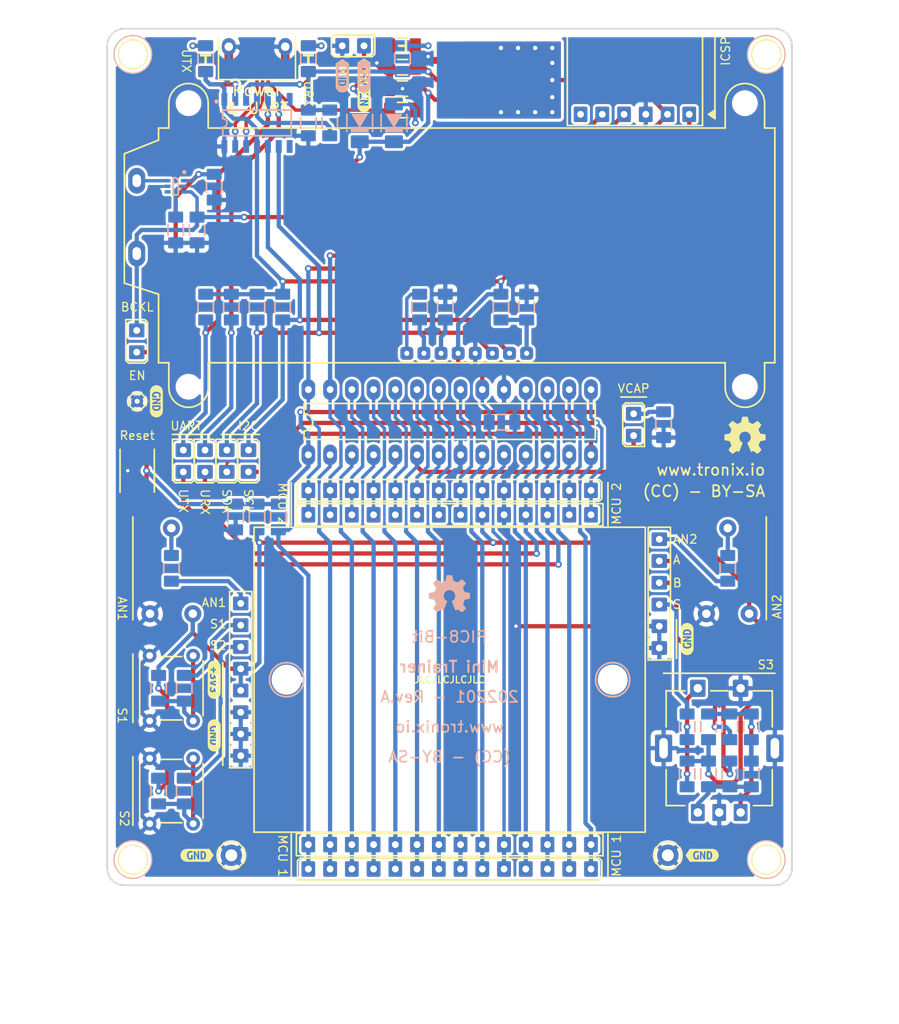
<source format=kicad_pcb>
(kicad_pcb (version 20241229) (generator "pcbnew") (generator_version "9.0")
  (title_block (title "PIC8-Bit Mini Trainer") (date "01/2022") (rev "A"))
  (layers (0 "F.Cu" signal) (2 "B.Cu" signal) (13 "F.Paste" user) (15 "B.Paste" user) (5 "F.SilkS" user "F.Silkscreen") (7 "B.SilkS" user "B.Silkscreen") (1 "F.Mask" user) (3 "B.Mask" user) (25 "Edge.Cuts" user))
  (net 0 "")
  (net 1 "POWER-+5V")
  (net 2 "Net-(C204-Pad1)")
  (net 3 "Net-(LCD301-~{RST})")
  (net 4 "Net-(LCD301-VOUT)")
  (net 5 "Net-(LCD301-C1+)")
  (net 6 "Net-(R309-Pad2)")
  (net 7 "Net-(LCD301-C1-)")
  (net 8 "Net-(S303-A)")
  (net 9 "Net-(S303-B)")
  (net 10 "Net-(D201-A)")
  (net 11 "Net-(D202-A)")
  (net 12 "Net-(K201-VBUS)")
  (net 13 "Net-(K202-Pin_14)")
  (net 14 "~{MCLR}")
  (net 15 "Net-(R301-Pad2)")
  (net 16 "Net-(K202-Pin_6)")
  (net 17 "Net-(K205-Pin_14)")
  (net 18 "Net-(P301-Pad2)")
  (net 19 "Net-(U301-EN)")
  (net 20 "ROTARY_S")
  (net 21 "Net-(P302-Pad2)")
  (net 22 "ROTARY_A")
  (net 23 "ROTARY_B")
  (net 24 "Net-(K302-Pad1)")
  (net 25 "BCKL")
  (net 26 "Net-(C202-Pad1)")
  (net 27 "/HID/SDA")
  (net 28 "Net-(U302-URx)")
  (net 29 "Net-(U302-UTx)")
  (net 31 "Net-(K202-Pin_2)")
  (net 32 "PGD")
  (net 33 "PGC")
  (net 35 "Net-(K202-Pin_3)")
  (net 36 "Net-(K202-Pin_4)")
  (net 37 "Net-(K202-Pin_5)")
  (net 38 "Net-(K202-Pin_7)")
  (net 39 "Net-(K202-Pin_9)")
  (net 40 "Net-(K202-Pin_10)")
  (net 41 "Net-(K202-Pin_11)")
  (net 42 "/HID/SCL")
  (net 43 "Net-(K202-Pin_12)")
  (net 44 "Net-(K202-Pin_13)")
  (net 45 "/HID/UTX")
  (net 46 "/HID/URX")
  (net 47 "/HID/D-")
  (net 48 "/HID/D+")
  (net 49 "Net-(K205-Pin_3)")
  (net 50 "Net-(K205-Pin_4)")
  (net 51 "Net-(R304-Pad2)")
  (net 52 "Net-(K205-Pin_5)")
  (net 53 "Net-(K205-Pin_6)")
  (net 54 "Net-(K205-Pin_7)")
  (net 55 "Net-(K205-Pin_8)")
  (net 56 "Net-(K205-Pin_13)")
  (net 57 "Net-(K301-Pin_1)")
  (net 58 "Net-(K301-Pin_2)")
  (net 59 "Net-(K301-Pin_3)")
  (net 60 "Net-(LED201-A)")
  (net 61 "Net-(LED301-C)")
  (net 62 "Net-(LED301-A)")
  (net 63 "Net-(LED302-C)")
  (net 64 "Net-(LED302-A)")
  (net 65 "Net-(U302-~{RESET})")
  (net 69 "POWER-GND")
  (net 70 "POWER-+3V3")
  (net 71 "Net-(U301-RSET)")
  (footprint "tronixio:NHD-C0220BIZ" (layer "F.Cu") (at 109 69)
    (property "Reference" "LCD301" (hide yes))
    (property "Value" "NHD-C0220BIZ")
  )
  (footprint "tronixio:KEYSTONE-5006" (layer "F.Cu") (at 81.5 143.5 90)
    (property "Reference" "TP201" (hide yes))
    (property "Value" "KEYSTONE-5006")
  )
  (footprint "tronixio:LED-SMD-1206" (layer "F.Cu") (at 78.5 50.5 90)
    (property "Reference" "LED302" (hide yes))
    (property "Value" "UTX")
  )
  (footprint "tronixio:HARWIN-M20-7580-7583" (layer "F.Cu") (at 123 155)
    (property "Reference" "JP105" (hide yes))
    (property "Value" "HARWIN-JUMPER-0254-06MM-BLACK" (hide yes))
  )
  (footprint "tronixio:HARWIN-M20-7580-7583" (layer "F.Cu") (at 99 155)
    (property "Reference" "JP101" (hide yes))
    (property "Value" "HARWIN-JUMPER-0254-06MM-BLACK" (hide yes))
  )
  (footprint "tronixio:HARWIN-M20-999024x" (layer "F.Cu") (at 80.97 96.2)
    (property "Reference" "JP204" (hide yes))
    (property "Value" "SDA")
  )
  (footprint "tronixio:HARWIN-M20-999024x" (layer "F.Cu") (at 128.5 94.5 180)
    (property "Reference" "JP203" (hide yes))
    (property "Value" "VCAP")
  )
  (footprint "tronixio:HARWIN-M20-782144x" (layer "F.Cu") (at 90.5 142.25 90)
    (property "Reference" "K203" (hide yes))
    (property "Value" "MCU 1")
  )
  (footprint "tronixio:HARWIN-M20-999024x" (layer "F.Cu") (at 78.43 96.2)
    (property "Reference" "JP303" (hide yes))
    (property "Value" "URX")
  )
  (footprint "tronixio:HARWIN-M20-7580-7583" (layer "F.Cu") (at 129 155)
    (property "Reference" "JP106" (hide yes))
    (property "Value" "HARWIN-JUMPER-0254-06MM-BLACK" (hide yes))
  )
  (footprint "kibuzzard-65F5FC4B" (layer "F.Cu") (at 79.5 123 -90)
    (property "Reference" "kibuzzard-65F5FC4B" (hide yes))
    (property "Value" "G***" (hide yes))
  )
  (footprint "kibuzzard-65F5FC1C" (layer "F.Cu") (at 94.46 52.5 -90)
    (property "Reference" "kibuzzard-65F5FC1C" (hide yes))
    (property "Value" "G***" (hide yes))
  )
  (footprint "tronixio:SAMTEC-SSW-106-02-T-S-RA" (layer "F.Cu") (at 122.3 57)
    (property "Reference" "K204" (hide yes))
    (property "Value" "ICSP")
  )
  (footprint "tronixio:HARWIN-M20-7580-7583" (layer "F.Cu") (at 111 155.1)
    (property "Reference" "JP103" (hide yes))
    (property "Value" "HARWIN-JUMPER-0254-06MM-BLACK" (hide yes))
  )
  (footprint "tronixio:DIP-28-W762" (layer "F.Cu") (at 90.5 96.75 90)
    (property "Reference" "U202" (hide yes))
    (property "Value" "PIC16F/PIC18F")
  )
  (footprint "tronixio:LED-SMD-1206" (layer "F.Cu") (at 90.5 50.5 90)
    (property "Reference" "LED301" (hide yes))
    (property "Value" "URX")
  )
  (footprint "tronixio:PIHER-PT10MV" (layer "F.Cu") (at 139.5 110)
    (property "Reference" "P302" (hide yes))
    (property "Value" "10k")
  )
  (footprint "tronixio:HARWIN-M20-999144x" (layer "F.Cu") (at 90.5 145.1 90)
    (property "Reference" "K202" (hide yes))
    (property "Value" "MCU 1")
  )
  (footprint "tronixio:HARWIN-M20-999024x" (layer "F.Cu") (at 75.89 96.2)
    (property "Reference" "JP302" (hide yes))
    (property "Value" "UTX")
  )
  (footprint "tronixio:CAPACITOR-SMD-1206" (layer "F.Cu") (at 101.5 51.5 180)
    (property "Reference" "C203" (hide yes))
    (property "Value" "10µ")
  )
  (footprint "tronixio:FUSE-SMD-1206" (layer "F.Cu") (at 101.5 56.5)
    (property "Reference" "F201" (hide yes))
    (property "Value" "500mA")
  )
  (footprint "kibuzzard-65F5FC86" (layer "F.Cu") (at 136.5 143.5)
    (property "Reference" "kibuzzard-65F5FC86" (hide yes))
    (property "Value" "G***" (hide yes))
  )
  (footprint "tronixio:KEYSTONE-9055" (layer "F.Cu") (at 70 144)
    (property "Reference" "H101" (hide yes))
    (property "Value" "KEYSTONE-9055" (hide yes))
  )
  (footprint "tronixio:KEYSTONE-9055" (layer "F.Cu") (at 144 50)
    (property "Reference" "H103" (hide yes))
    (property "Value" "KEYSTONE-9055" (hide yes))
  )
  (footprint "tronixio:USB-TYPE-B-MICRO-TH" (layer "F.Cu") (at 84.5 49.65 -90)
    (property "Reference" "K201" (hide yes))
    (property "Value" "*Power & UART")
  )
  (footprint "tronixio:KEYSTONE-5006" (layer "F.Cu") (at 132.5 143.5 90)
    (property "Reference" "TP202" (hide yes))
    (property "Value" "KEYSTONE-5006")
  )
  (footprint "tronixio:KEYSTONE-9055" (layer "F.Cu") (at 70 50)
    (property "Reference" "H104" (hide yes))
    (property "Value" "KEYSTONE-9055" (hide yes))
  )
  (footprint "kibuzzard-65F5FC28" (layer "F.Cu") (at 97 53.6 -90)
    (property "Reference" "kibuzzard-65F5FC28" (hide yes))
    (property "Value" "G***" (hide yes))
  )
  (footprint "tronixio:PIHER-PT10MV" (layer "F.Cu") (at 74.5 110)
    (property "Reference" "P301" (hide yes))
    (property "Value" "10k")
  )
  (footprint "tronixio:HARWIN-M20-782064x" (layer "F.Cu") (at 131.5 106.6)
    (property "Reference" "K302" (hide yes))
    (property "Value" "HARWIN-254-F-1X06-VERTICAL")
  )
  (footprint "tronixio:CK-KSA-TH" (layer "F.Cu") (at 74.5 124 -90)
    (property "Reference" "S301" (hide yes))
    (property "Value" "S1")
  )
  (footprint "tronixio:HARWIN-M20-999144x" (layer "F.Cu") (at 90.5 100.9 90)
    (property "Reference" "K205" (hide yes))
    (property "Value" "MCU 2")
  )
  (footprint "tronixio:KEYSTONE-2000-3" (layer "F.Cu") (at 70.5 90.5)
    (property "Reference" "TP203" (hide yes))
    (property "Value" "KEYSTONE-2000-3")
  )
  (footprint "kibuzzard-65F5FC73" (layer "F.Cu") (at 77.5 143.5)
    (property "Reference" "kibuzzard-65F5FC73" (hide yes))
    (property "Value" "G***" (hide yes))
  )
  (footprint "tronixio:LED-SMD-1206" (layer "F.Cu") (at 101.5 49)
    (property "Reference" "LED201" (hide yes))
    (property "Value" "Power")
  )
  (footprint "tronixio:HARWIN-M20-7580-7583" (layer "F.Cu") (at 117 155)
    (property "Reference" "JP104" (hide yes))
    (property "Value" "HARWIN-JUMPER-0254-06MM-BLACK" (hide yes))
  )
  (footprint "tronixio:HARWIN-M20-999024x" (layer "F.Cu") (at 70.45 82.23)
    (property "Reference" "JP301" (hide yes))
    (property "Value" "BCKL")
  )
  (footprint "kibuzzard-65F5FC57" (layer "F.Cu") (at 79.5 129.5 -90)
    (property "Reference" "kibuzzard-65F5FC57" (hide yes))
    (property "Value" "G***" (hide yes))
  )
  (footprint "tronixio:CAPACITOR-SMD-1206" (layer "F.Cu") (at 101.5 54 180)
    (property "Reference" "C201" (hide yes))
    (property "Value" "10µ")
  )
  (footprint "tronixio:HARWIN-M20-7580-7583" (layer "F.Cu") (at 105 155)
    (property "Reference" "JP102" (hide yes))
    (property "Value" "HARWIN-JUMPER-0254-06MM-BLACK" (hide yes))
  )
  (footprint "tronixio:HARWIN-M20-999024x" (layer "F.Cu") (at 97 49 -90)
    (property "Reference" "JP201" (hide yes))
    (property "Value" "Power IN")
  )
  (footprint "tronixio:BOURNS-PEC12R-SWITCH" (layer "F.Cu") (at 138.5 131 180)
    (property "Reference" "S303" (hide yes))
    (property "Value" "BOURNS-PEC12R-24DENTS-SWITCH")
  )
  (footprint "tronixio:HARWIN-M20-782084x" (layer "F.Cu") (at 82.6 114.1)
    (property "Reference" "K301" (hide yes))
    (property "Value" "HARWIN-254-F-1X08-VERTICAL")
  )
  (footprint "tronixio:OSHW-5MM" (layer "F.Cu") (at 141.5 94.5)
    (property "Reference" "G***" (hide yes))
    (property "Value" "LOGO" (hide yes))
  )
  (footprint "kibuzzard-65F5FC64" (layer "F.Cu") (at 134.75 118.25 90)
    (property "Reference" "kibuzzard-65F5FC64" (hide yes))
    (property "Value" "G***" (hide yes))
  )
  (footprint "tronixio:ALPS-SKRPAC" (layer "F.Cu") (at 70.5 98.605 90)
    (property "Reference" "S201" (hide yes))
    (property "Value" "Reset")
  )
  (footprint "tronixio:PE-450-4X6X" (layer "F.Cu") (at 140 155)
    (property "Reference" "K101" (hide yes))
    (property "Value" "PE-450-4X6X-BLACK" (hide yes))
  )
  (footprint "tronixio:BREADBOARD-170" (layer "F.Cu") (at 107.005 123)
    (property "Reference" "BB301" (hide yes))
    (property "Value" "BREADBOARD-170")
  )
  (footprint "tronixio:HARWIN-M20-999024x" (layer "F.Cu") (at 83.51 96.2)
    (property "Reference" "JP202" (hide yes))
    (property "Value" "SCL")
  )
  (footprint "tronixio:HARWIN-M20-782144x" (layer "F.Cu") (at 90.5 103.75 90)
    (property "Reference" "K206" (hide yes))
    (property "Value" "MCU 2")
  )
  (footprint "kibuzzard-65F5FC3B" (layer "F.Cu") (at 72.75 90.5 -90)
    (property "Reference" "kibuzzard-65F5FC3B" (hide yes))
    (property "Value" "G***" (hide yes))
  )
  (footprint "tronixio:KEYSTONE-9055" (layer "F.Cu") (at 144 144)
    (property "Reference" "H102" (hide yes))
    (property "Value" "KEYSTONE-9055" (hide yes))
  )
  (footprint "tronixio:SOT-223-3-TABPIN2" (layer "F.Cu") (at 110 53)
    (property "Reference" "U201" (hide yes))
    (property "Value" "TLV1117-33")
  )
  (footprint "tronixio:CK-KSA-TH" (layer "F.Cu") (at 74.5 136 -90)
    (property "Reference" "S302" (hide yes))
    (property "Value" "S2")
  )
  (footprint "tronixio:RESISTOR-SMD-1206" (layer "B.Cu") (at 73 124 -90)
    (property "Reference" "R301" (hide yes))
    (property "Value" "10k")
  )
  (footprint "tronixio:CAPACITOR-SMD-1206" (layer "B.Cu") (at 113.125 92.94)
    (property "Reference" "C205" (hide yes))
    (property "Value" "100n")
  )
  (footprint "tronixio:RESISTOR-SMD-1206" (layer "B.Cu") (at 73 136 -90)
    (property "Reference" "R304" (hide yes))
    (property "Value" "10k")
  )
  (footprint "tronixio:CAPACITOR-SMD-1206" (layer "B.Cu") (at 90.5 58 -90)
    (property "Reference" "C306" (hide yes))
    (property "Value" "100n")
  )
  (footprint "tronixio:RESISTOR-SMD-1206" (layer "B.Cu") (at 84.5 79.5 -90)
    (property "Reference" "R205" (hide yes))
    (property "Value" "4k7")
  )
  (footprint "kibuzzard-65F5FBF2" (layer "B.Cu") (at 94.5 52.5 -90)
    (property "Reference" "kibuzzard-65F5FBF2" (hide yes))
    (property "Value" "G***" (hide yes))
  )
  (footprint "tronixio:RESISTOR-SMD-1206" (layer "B.Cu") (at 137.25 134 -90)
    (property "Reference" "R311" (hide yes))
    (property "Value" "10k")
  )
  (footprint "tronixio:CAPACITOR-SMD-1206" (layer "B.Cu") (at 103.5 79.5 90)
    (property "Reference" "C303" (hide yes))
    (property "Value" "1µ")
  )
  (footprint "tronixio:RESISTOR-SMD-1206" (layer "B.Cu") (at 75 70.5 -90)
    (property "Reference" "R308" (hide yes))
    (property "Value" "2k4")
  )
  (footprint "tronixio:RESISTOR-SMD-1206" (layer "B.Cu") (at 78.5 79.5 -90)
    (property "Reference" "R316" (hide yes))
    (property "Value" "10k")
  )
  (footprint "tronixio:SOD-128" (layer "B.Cu") (at 100.5 58 90)
    (property "Reference" "D201" (hide yes))
    (property "Value" "PMEG3030")
  )
  (footprint "tronixio:OSHW-5MM" (layer "B.Cu") (at 107 113 180)
    (property "Reference" "G***" (hide yes))
    (property "Value" "LOGO" (hide yes))
  )
  (footprint "tronixio:CAPACITOR-SMD-1206" (layer "B.Cu") (at 106.5 79.5 90)
    (property "Reference" "C302" (hide yes))
    (property "Value" "1µ")
  )
  (footprint "tronixio:RESISTOR-SMD-1206" (layer "B.Cu") (at 76 136 90)
    (property "Reference" "R305" (hide yes))
    (property "Value" "1k")
  )
  (footprint "tronixio:RESISTOR-SMD-1206" (layer "B.Cu") (at 79.5 65.5 -90)
    (property "Reference" "R307" (hide yes))
    (property "Value" "10k")
  )
  (footprint "tronixio:RESISTOR-SMD-1206" (layer "B.Cu") (at 93 58 -90)
    (property "Reference" "R313" (hide yes))
    (property "Value" "10k")
  )
  (footprint "tronixio:SOD-128" (layer "B.Cu") (at 96.5 58 90)
    (property "Reference" "D202" (hide yes))
    (property "Value" "PMEG3030")
  )
  (footprint "tronixio:RESISTOR-SMD-1206" (layer "B.Cu") (at 81.5 79.5 -90)
    (property "Reference" "R317" (hide yes))
    (property "Value" "10k")
  )
  (footprint "tronixio:SC-70-6" (layer "B.Cu") (at 75 65.4 180)
    (property "Reference" "U301" (hide yes))
    (property "Value" "CAT4002A")
  )
  (footprint "tronixio:RESISTOR-SMD-1206" (layer "B.Cu") (at 134.75 134 -90)
    (property "Reference" "R312" (hide yes))
    (property "Value" "10k")
  )
  (footprint "tronixio:RESISTOR-SMD-1206" (layer "B.Cu") (at 139.75 128.5 -90)
    (property "Reference" "R315" (hide yes))
    (property "Value" "10k")
  )
  (footprint "tronixio:RESISTOR-SMD-1206" (layer "B.Cu") (at 76 124 90)
    (property "Reference" "R302" (hide yes))
    (property "Value" "1k")
  )
  (footprint "tronixio:CAPACITOR-SMD-1206" (layer "B.Cu") (at 142.25 134 90)
    (property "Reference" "C305" (hide yes))
    (property "Value" "10n")
  )
  (footprint "tronixio:RESISTOR-SMD-1206" (layer "B.Cu") (at 90.5 50.5 90)
    (property "Reference" "R318" (hide yes))
    (property "Value" "4k7")
  )
  (footprint "tronixio:CAPACITOR-SMD-1206" (layer "B.Cu") (at 132 93.23 -90)
    (property "Reference" "C204" (hide yes))
    (property "Value" "10µ")
  )
  (footprint "tronixio:RESISTOR-SMD-1206" (layer "B.Cu") (at 78.5 50.5 90)
    (property "Reference" "R319" (hide yes))
    (property "Value" "4k7")
  )
  (footprint "tronixio:CAPACITOR-SMD-1206" (layer "B.Cu") (at 142.25 128.5 -90)
    (property "Reference" "C307" (hide yes))
    (property "Value" "10n")
  )
  (footprint "tronixio:RESISTOR-SMD-1206" (layer "B.Cu") (at 134.75 128.5 -90)
    (property "Reference" "R309" (hide yes))
    (property "Value" "1k")
  )
  (footprint "tronixio:RESISTOR-SMD-1206" (layer "B.Cu") (at 113 79.5 -90)
    (property "Reference" "R303" (hide yes))
    (property "Value" "10k")
  )
  (footprint "tronixio:RESISTOR-SMD-1206" (layer "B.Cu") (at 101.5 50.5 90)
    (property "Reference" "R204" (hide yes))
    (property "Value" "4k7")
  )
  (footprint "tronixio:RESISTOR-SMD-1206" (layer "B.Cu") (at 139.75 134 -90)
    (property "Reference" "R310" (hide yes))
    (property "Value" "10k")
  )
  (footprint "tronixio:CAPACITOR-SMD-1206" (layer "B.Cu") (at 116 79.5 90)
    (property "Reference" "C301" (hide yes))
    (property "Value" "10n")
  )
  (footprint "tronixio:RESISTOR-SMD-1206" (layer "B.Cu") (at 74.5 110 -90)
    (property "Reference" "R306" (hide yes))
    (property "Value" "1k")
  )
  (footprint "kibuzzard-65F6B82D" (layer "B.Cu") (at 97 52.5 -90)
    (property "Reference" "kibuzzard-65F6B82D" (hide yes))
    (property "Value" "G***" (hide yes))
  )
  (footprint "tronixio:RESISTOR-SMD-1206" (layer "B.Cu") (at 87 104 90)
    (property "Reference" "R202" (hide yes))
    (property "Value" "1k")
  )
  (footprint "tronixio:CAPACITOR-SMD-1206" (layer "B.Cu") (at 77.5 70.5 -90)
    (property "Reference" "C304" (hide yes))
    (property "Value" "1µ")
  )
  (footprint "tronixio:RESISTOR-SMD-1206" (layer "B.Cu") (at 139.5 110 -90)
    (property "Reference" "R320" (hide yes))
    (property "Value" "1k")
  )
  (footprint "tronixio:SOIC-14" (layer "B.Cu") (at 84.5 58 -90)
    (property "Reference" "U302" (hide yes))
    (property "Value" "MCP2221A")
  )
  (footprint "tronixio:RESISTOR-SMD-1206" (layer "B.Cu") (at 137.25 128.5 90)
    (property "Reference" "R314" (hide yes))
    (property "Value" "10k")
  )
  (footprint "tronixio:CAPACITOR-SMD-1206" (layer "B.Cu") (at 82 104 -90)
    (property "Reference" "C202" (hide yes))
    (property "Value" "100n")
  )
  (footprint "tronixio:RESISTOR-SMD-1206" (layer "B.Cu") (at 87.5 79.5 -90)
    (property "Reference" "R203" (hide yes))
    (property "Value" "4k7")
  )
  (footprint "tronixio:RESISTOR-SMD-1206" (layer "B.Cu") (at 84.5 104 90)
    (property "Reference" "R201" (hide yes))
    (property "Value" "10k")
  )
  (gr_line (start 88.5 100) (end 88.5 105) (stroke (width 0.2)) (layer "F.SilkS"))
  (gr_line (start 125.5 141) (end 125.5 146) (stroke (width 0.2)) (layer "F.SilkS"))
  (gr_line (start 70 132) (end 70 140) (stroke (width 0.2)) (layer "F.SilkS"))
  (gr_line (start 70 120) (end 70 128) (stroke (width 0.2)) (layer "F.SilkS"))
  (gr_line (start 144 104) (end 144 116) (stroke (width 0.2)) (layer "F.SilkS"))
  (gr_line (start 80.5 126) (end 80.5 133) (stroke (width 0.2)) (layer "F.SilkS"))
  (gr_line (start 84.8 94.365) (end 80.33 94.365) (stroke (width 0.2)) (layer "F.SilkS"))
  (gr_line (start 88.5 141) (end 88.5 146) (stroke (width 0.2)) (layer "F.SilkS"))
  (gr_poly (pts (xy 138 57.5) (xy 137.25 57) (xy 138 56.5)) (stroke (width 0.2)) (fill yes) (layer "F.SilkS"))
  (gr_line (start 70 104) (end 70 116) (stroke (width 0.2)) (layer "F.SilkS"))
  (gr_line (start 74.62 94.365) (end 79 94.365) (stroke (width 0.2)) (layer "F.SilkS"))
  (gr_line (start 133.5 116) (end 133.5 120.5) (stroke (width 0.2)) (layer "F.SilkS"))
  (gr_line (start 132 122.25) (end 145 122.25) (stroke (width 0.2)) (layer "F.SilkS"))
  (gr_line (start 80.5 125) (end 80.5 121) (stroke (width 0.2)) (layer "F.SilkS"))
  (gr_line (start 130 90) (end 127 90) (stroke (width 0.2)) (layer "F.SilkS"))
  (gr_line (start 125.5 100) (end 125.5 105) (stroke (width 0.2)) (layer "F.SilkS"))
  (gr_line (start 138 48) (end 138 57.5) (stroke (width 0.2)) (layer "F.SilkS"))
  (gr_circle (center 79.75 55.5) (end 79.95 55.5) (stroke (width 0.1)) (fill yes) (layer "B.SilkS"))
  (gr_circle (center 76 63.75) (end 76.2 63.75) (stroke (width 0.1)) (fill yes) (layer "B.SilkS"))
  (gr_arc (start 147 145) (mid 146.414214 146.414214) (end 145 147) (stroke (width 0.2)) (layer "Edge.Cuts"))
  (gr_arc (start 145 47) (mid 146.414214 47.585786) (end 147 49) (stroke (width 0.2)) (layer "Edge.Cuts"))
  (gr_arc (start 67 49) (mid 67.585786 47.585786) (end 69 47) (stroke (width 0.2)) (layer "Edge.Cuts"))
  (gr_line (start 67 49) (end 67 145) (stroke (width 0.2)) (layer "Edge.Cuts"))
  (gr_line (start 69 147) (end 145 147) (stroke (width 0.2)) (layer "Edge.Cuts"))
  (gr_line (start 145 47) (end 69 47) (stroke (width 0.2)) (layer "Edge.Cuts"))
  (gr_line (start 147 145) (end 147 49) (stroke (width 0.2)) (layer "Edge.Cuts"))
  (gr_arc (start 69 147) (mid 67.585786 146.414214) (end 67 145) (stroke (width 0.2)) (layer "Edge.Cuts"))
  (gr_text "S1" (at 81 116.5 0) (layer "F.SilkS") (effects (font (size 1 1)) (justify right)))
  (gr_text "www.tronix.io" (at 144 98.5 0) (layer "F.SilkS") (effects (font (size 1.3 1.3) (thickness 0.2)) (justify right)))
  (gr_text "MCU 2" (at 126.5 105 90) (layer "F.SilkS") (effects (font (size 1 1)) (justify left)))
  (gr_text "AN1" (at 81 114 0) (layer "F.SilkS") (effects (font (size 1 1)) (justify right)))
  (gr_text "SDA" (at 80.97 100.645 270) (layer "F.SilkS") (effects (font (size 1 1)) (justify left)))
  (gr_text "URX" (at 78.43 100.645 270) (layer "F.SilkS") (effects (font (size 1 1)) (justify left)))
  (gr_text "UTX" (at 76.25 50.75 270) (layer "F.SilkS") (effects (font (size 1 1))))
  (gr_text "(CC) - BY-SA" (at 144 101 0) (layer "F.SilkS") (effects (font (size 1.3 1.3) (thickness 0.2)) (justify right)))
  (gr_text "S1" (at 68.75 128.25 270) (layer "F.SilkS") (effects (font (size 1 1)) (justify right)))
  (gr_text "ICSP" (at 139.25 47.8 90) (layer "F.SilkS") (effects (font (size 1 1)) (justify right)))
  (gr_text "A" (at 133 109 0) (layer "F.SilkS") (effects (font (size 1 1)) (justify left)))
  (gr_text "URX" (at 90.5 53 270) (layer "F.SilkS") (effects (font (size 1 1)) (justify left)))
  (gr_text "AN2" (at 145.25 116 90) (layer "F.SilkS") (effects (font (size 1 1)) (justify left)))
  (gr_text "VCAP" (at 128.5 89 0) (layer "F.SilkS") (effects (font (size 1 1))))
  (gr_text "BCKL" (at 70.5 79.5 0) (layer "F.SilkS") (effects (font (size 1 1))))
  (gr_text "Power\n& UART" (at 84.5 55.25 0) (layer "F.SilkS") (effects (font (size 1.3 1.3) (thickness 0.2))))
  (gr_text "EN" (at 70.5 87.5 0) (layer "F.SilkS") (effects (font (size 1 1))))
  (gr_text "MCU 2" (at 87.5 105 270) (layer "F.SilkS") (effects (font (size 1 1)) (justify right)))
  (gr_text "S3" (at 145 121.25 0) (layer "F.SilkS") (effects (font (size 1 1)) (justify right)))
  (gr_text "AN1" (at 68.75 116.25 270) (layer "F.SilkS") (effects (font (size 1 1)) (justify right)))
  (gr_text "UART" (at 74.3 93.365 0) (layer "F.SilkS") (effects (font (size 1 1)) (justify left)))
  (gr_text "Reset" (at 70.5 94.5 0) (layer "F.SilkS") (effects (font (size 1 1))))
  (gr_text "UTX" (at 75.89 100.645 270) (layer "F.SilkS") (effects (font (size 1 1)) (justify left)))
  (gr_text "B" (at 133 111.7 0) (layer "F.SilkS") (effects (font (size 1 1)) (justify left)))
  (gr_text "S2" (at 81 119 0) (layer "F.SilkS") (effects (font (size 1 1)) (justify right)))
  (gr_text "S" (at 133 114.2 0) (layer "F.SilkS") (effects (font (size 1 1)) (justify left)))
  (gr_text "MCU 1" (at 126.5 141 90) (layer "F.SilkS") (effects (font (size 1 1)) (justify right)))
  (gr_text "I2C" (at 84.8 93.365 0) (layer "F.SilkS") (effects (font (size 1 1)) (justify right)))
  (gr_text "SCL" (at 83.51 100.645 270) (layer "F.SilkS") (effects (font (size 1 1)) (justify left)))
  (gr_text "S2" (at 69 140.25 270) (layer "F.SilkS") (effects (font (size 1 1)) (justify right)))
  (gr_text "AN2" (at 133 106.6 0) (layer "F.SilkS") (effects (font (size 1 1)) (justify left)))
  (gr_text "JLCJLCJLCJLC" (at 107 123 0) (layer "F.SilkS") (effects (font (size 0.8 0.8))))
  (gr_text "MCU 1" (at 87.5 141 270) (layer "F.SilkS") (effects (font (size 1 1)) (justify left)))
  (gr_text "(CC) - BY-SA" (at 107 132 0) (layer "B.SilkS") (effects (font (size 1.3 1.3) (thickness 0.2)) (justify mirror)))
  (gr_text "www.tronix.io" (at 107 128.5 0) (layer "B.SilkS") (effects (font (size 1.3 1.3) (thickness 0.2)) (justify mirror)))
  (gr_text "202201 - Rev.A" (at 107 125 0) (layer "B.SilkS") (effects (font (size 1.3 1.3) (thickness 0.2)) (justify mirror)))
  (gr_text "PIC8-Bit" (at 107 118 0) (layer "B.SilkS") (effects (font (size 1.3 1.3) (thickness 0.2)) (justify mirror)))
  (gr_text "Mini Trainer" (at 107 121.5 0) (layer "B.SilkS") (effects (font (size 1.3 1.3) (thickness 0.25)) (justify mirror)))
  (segment (start 89.5 69) (end 83 69) (width 0.5) (layer "F.Cu") (net 1))
  (segment (start 96.5 62) (end 89.5 69) (width 0.5) (layer "F.Cu") (net 1))
  (segment (start 104 54) (end 104.5 54.5) (width 0.5) (layer "F.Cu") (net 1))
  (segment (start 104 54) (end 103 54) (width 0.5) (layer "F.Cu") (net 1))
  (segment (start 105.3 55.3) (end 106.85 55.3) (width 0.5) (layer "F.Cu") (net 1))
  (segment (start 105.3 55.3) (end 104.5 54.5) (width 0.5) (layer "F.Cu") (net 1))
  (via (at 83 69) (size 0.8) (drill 0.4) (layers "F.Cu" "B.Cu") (net 1))
  (via (at 96.5 62) (size 0.8) (drill 0.4) (layers "F.Cu" "B.Cu") (net 1))
  (via (at 104.5 54.5) (size 0.8) (drill 0.4) (layers "F.Cu" "B.Cu") (net 1))
  (segment (start 104.5 58) (end 104.5 54.5) (width 0.5) (layer "B.Cu") (net 1))
  (segment (start 71 70.5) (end 77 70.5) (width 0.5) (layer "B.Cu") (net 1))
  (segment (start 70.45 82.23) (end 70.45 73.25) (width 0.5) (layer "B.Cu") (net 1))
  (segment (start 83 69) (end 77.5 69) (width 0.5) (layer "B.Cu") (net 1))
  (segment (start 70.45 73.25) (end 70.45 71.05) (width 0.5) (layer "B.Cu") (net 1))
  (segment (start 77.5 66.75) (end 76.8 66.05) (width 0.4) (layer "B.Cu") (net 1))
  (segment (start 70.45 71.05) (end 71 70.5) (width 0.5) (layer "B.Cu") (net 1))
  (segment (start 77.5 70) (end 77.5 69) (width 0.5) (layer "B.Cu") (net 1))
  (segment (start 77.5 69) (end 77.5 66.75) (width 0.4) (layer "B.Cu") (net 1))
  (segment (start 102.3 60.2) (end 104.5 58) (width 0.5) (layer "B.Cu") (net 1))
  (segment (start 96.5 62) (end 96.5 60.2) (width 0.5) (layer "B.Cu") (net 1))
  (segment (start 96.5 60.2) (end 100.5 60.2) (width 0.5) (layer "B.Cu") (net 1))
  (segment (start 100.5 60.2) (end 102.3 60.2) (width 0.5) (layer "B.Cu") (net 1))
  (segment (start 77 70.5) (end 77.5 70) (width 0.5) (layer "B.Cu") (net 1))
  (segment (start 76.8 66.05) (end 75.95 66.05) (width 0.4) (layer "B.Cu") (net 1))
  (segment (start 132 91.73) (end 130.27 91.73) (width 0.5) (layer "B.Cu") (net 2))
  (segment (start 130.04 91.96) (end 130.27 91.73) (width 0.5) (layer "B.Cu") (net 2))
  (segment (start 128.5 91.96) (end 130.04 91.96) (width 0.5) (layer "B.Cu") (net 2))
  (segment (start 116 84.9) (end 116 81) (width 0.5) (layer "B.Cu") (net 3))
  (segment (start 116 81) (end 113 81) (width 0.5) (layer "B.Cu") (net 3))
  (segment (start 106.5 82.5) (end 106.5 81) (width 0.5) (layer "B.Cu") (net 4))
  (segment (start 106 84.9) (end 106 83) (width 0.5) (layer "B.Cu") (net 4))
  (segment (start 106 83) (end 106.5 82.5) (width 0.5) (layer "B.Cu") (net 4))
  (segment (start 103.5 82.5) (end 103.5 81) (width 0.5) (layer "B.Cu") (net 5))
  (segment (start 104 84.9) (end 104 83) (width 0.5) (layer "B.Cu") (net 5))
  (segment (start 104 83) (end 103.5 82.5) (width 0.5) (layer "B.Cu") (net 5))
  (segment (start 134.75 125.25) (end 134.75 128.5) (width 0.5) (layer "F.Cu") (net 6))
  (segment (start 134.75 134) (end 134.75 128.5) (width 0.5) (layer "F.Cu") (net 6))
  (segment (start 136 124) (end 134.75 125.25) (width 0.5) (layer "F.Cu") (net 6))
  (via (at 134.75 128.5) (size 0.8) (drill 0.4) (layers "F.Cu" "B.Cu") (net 6))
  (via (at 134.75 134) (size 0.8) (drill 0.4) (layers "F.Cu" "B.Cu") (net 6))
  (segment (start 134.75 135.5) (end 134.75 134) (width 0.5) (layer "B.Cu") (net 6))
  (segment (start 134.75 130) (end 134.75 128.5) (width 0.5) (layer "B.Cu") (net 6))
  (segment (start 102 78.5) (end 102.5 78) (width 0.4) (layer "B.Cu") (net 7))
  (segment (start 102 84.9) (end 102 78.5) (width 0.4) (layer "B.Cu") (net 7))
  (segment (start 102.5 78) (end 103.5 78) (width 0.4) (layer "B.Cu") (net 7))
  (segment (start 142 135.5) (end 139.75 135.5) (width 0.5) (layer "B.Cu") (net 8))
  (segment (start 136 138.5) (end 136 137.5) (width 0.5) (layer "B.Cu") (net 8))
  (segment (start 136 137.5) (end 137.25 136.25) (width 0.5) (layer "B.Cu") (net 8))
  (segment (start 139.75 135.5) (end 137.25 135.5) (width 0.5) (layer "B.Cu") (net 8))
  (segment (start 137.25 136.25) (end 137.25 135.5) (width 0.5) (layer "B.Cu") (net 8))
  (segment (start 142.25 135.75) (end 141 137) (width 0.5) (layer "F.Cu") (net 9))
  (segment (start 142.25 128.5) (end 142.25 135.75) (width 0.5) (layer "F.Cu") (net 9))
  (segment (start 141 137) (end 141 138.5) (width 0.5) (layer "F.Cu") (net 9))
  (via (at 142.25 128.5) (size 0.8) (drill 0.4) (layers "F.Cu" "B.Cu") (net 9))
  (segment (start 139.75 127) (end 137.5 127) (width 0.5) (layer "B.Cu") (net 9))
  (segment (start 142 127) (end 139.75 127) (width 0.5) (layer "B.Cu") (net 9))
  (segment (start 142.25 127) (end 142.25 128.5) (width 0.5) (layer "B.Cu") (net 9))
  (segment (start 103 58) (end 103 56.5) (width 0.5) (layer "F.Cu") (net 10))
  (via (at 103 58) (size 0.8) (drill 0.4) (layers "F.Cu" "B.Cu") (net 10))
  (segment (start 102.3 55.8) (end 103 56.5) (width 0.5) (layer "B.Cu") (net 10))
  (segment (start 100.5 55.8) (end 102.3 55.8) (width 0.5) (layer "B.Cu") (net 10))
  (segment (start 103 56.5) (end 103 58) (width 0.5) (layer "B.Cu") (net 10))
  (segment (start 97 52.75) (end 97 49) (width 0.5) (layer "F.Cu") (net 11))
  (segment (start 95.75 54) (end 97 52.75) (width 0.5) (layer "F.Cu") (net 11))
  (via (at 95.75 54) (size 0.8) (drill 0.4) (layers "F.Cu" "B.Cu") (net 11))
  (segment (start 96.5 54.75) (end 96.5 55.8) (width 0.5) (layer "B.Cu") (net 11))
  (segment (start 95.75 54) (end 96.5 54.75) (width 0.5) (layer "B.Cu") (net 11))
  (segment (start 85.8 51.9) (end 85.8 53.3) (width 0.4) (layer "F.Cu") (net 12))
  (segment (start 89 56.5) (end 100 56.5) (width 0.4) (layer "F.Cu") (net 12))
  (segment (start 85.8 53.3) (end 89 56.5) (width 0.4) (layer "F.Cu") (net 12))
  (segment (start 122.88 94.295) (end 90.205 94.295) (width 0.5) (layer "F.Cu") (net 13))
  (segment (start 90.205 94.295) (end 85.76 98.74) (width 0.5) (layer "F.Cu") (net 13))
  (segment (start 123.52 94.935) (end 122.88 94.295) (width 0.5) (layer "F.Cu") (net 13))
  (segment (start 85.76 98.74) (end 83.51 98.74) (width 0.5) (layer "F.Cu") (net 13))
  (segment (start 123.52 96.75) (end 123.52 94.935) (width 0.5) (layer "F.Cu") (net 13))
  (segment (start 122.245 105.09) (end 122.245 100.01) (width 0.3) (layer "B.Cu") (net 13))
  (segment (start 122.88 139.745) (end 123.52 140.385) (width 0.5) (layer "B.Cu") (net 13))
  (segment (start 122.245 99.375) (end 122.245 100.01) (width 0.4) (layer "B.Cu") (net 13))
  (segment (start 123.52 97) (end 123.52 98.1) (width 0.4) (layer "B.Cu") (net 13))
  (segment (start 122.245 105.725) (end 122.88 106.36) (width 0.5) (layer "B.Cu") (net 13))
  (segment (start 122.88 106.36) (end 122.88 139.745) (width 0.5) (layer "B.Cu") (net 13))
  (segment (start 123.52 142.25) (end 123.52 145.1) (width 0.5) (layer "B.Cu") (net 13))
  (segment (start 122.245 105.725) (end 122.245 105.09) (width 0.5) (layer "B.Cu") (net 13))
  (segment (start 123.52 140.385) (end 123.52 142.25) (width 0.5) (layer "B.Cu") (net 13))
  (segment (start 123.52 98.1) (end 122.245 99.375) (width 0.4) (layer "B.Cu") (net 13))
  (segment (start 135 81.286) (end 135 57) (width 0.5) (layer "F.Cu") (net 14))
  (segment (start 124.531 91.755) (end 135 81.286) (width 0.5) (layer "F.Cu") (net 14))
  (segment (start 89.606 91.755) (end 124.531 91.755) (width 0.5) (layer "F.Cu") (net 14))
  (via (at 89.606 91.755) (size 0.8) (drill 0.4) (layers "F.Cu" "B.Cu") (net 14))
  (segment (start 87 105.5) (end 88.18 105.5) (width 0.5) (layer "B.Cu") (net 14))
  (segment (start 89.606 93.406) (end 89.606 91.755) (width 0.5) (layer "B.Cu") (net 14))
  (segment (start 88.59 100.02) (end 90.5 98.11) (width 0.5) (layer "B.Cu") (net 14))
  (segment (start 87 107.31) (end 87 105.5) (width 0.5) (layer "B.Cu") (net 14))
  (segment (start 90.5 142.25) (end 90.5 110.81) (width 0.5) (layer "B.Cu") (net 14))
  (segment (start 90.5 110.81) (end 87 107.31) (width 0.5) (layer "B.Cu") (net 14))
  (segment (start 90.5 94.3) (end 89.606 93.406) (width 0.5) (layer "B.Cu") (net 14))
  (segment (start 88.59 105.09) (end 88.59 100.02) (width 0.5) (layer "B.Cu") (net 14))
  (segment (start 88.18 105.5) (end 88.59 105.09) (width 0.5) (layer "B.Cu") (net 14))
  (segment (start 90.5 145.1) (end 90.5 142.25) (width 0.5) (layer "B.Cu") (net 14))
  (segment (start 90.5 98.11) (end 90.5 94.3) (width 0.5) (layer "B.Cu") (net 14))
  (segment (start 77.04 120.19) (end 77.04 127.81) (width 0.5) (layer "F.Cu") (net 15))
  (segment (start 76 126.77) (end 77.04 127.81) (width 0.5) (layer "B.Cu") (net 15))
  (segment (start 76 125.5) (end 73 125.5) (width 0.5) (layer "B.Cu") (net 15))
  (segment (start 76 125.5) (end 76 126.77) (width 0.5) (layer "B.Cu") (net 15))
  (segment (start 103.83 98.74) (end 126 98.74) (width 0.5) (layer "F.Cu") (net 16))
  (segment (start 128.5 94.5) (end 128.5 96.24) (width 0.5) (layer "F.Cu") (net 16))
  (segment (start 103.2 96.75) (end 103.2 98.11) (width 0.5) (layer "F.Cu") (net 16))
  (segment (start 103.2 98.11) (end 103.83 98.74) (width 0.5) (layer "F.Cu") (net 16))
  (segment (start 128.5 96.24) (end 126 98.74) (width 0.5) (layer "F.Cu") (net 16))
  (segment (start 103.2 98.1) (end 103.195 98.105) (width 0.4) (layer "B.Cu") (net 16))
  (segment (start 101.925 105.725) (end 103.2 107) (width 0.5) (layer "B.Cu") (net 16))
  (segment (start 103.2 107) (end 103.2 142.25) (width 0.5) (layer "B.Cu") (net 16))
  (segment (start 103.195 98.105) (end 101.925 99.375) (width 0.4) (layer "B.Cu") (net 16))
  (segment (start 103.2 96.75) (end 103.2 98.1) (width 0.4) (layer "B.Cu") (net 16))
  (segment (start 101.925 105) (end 101.925 105.725) (width 0.5) (layer "B.Cu") (net 16))
  (segment (start 103.2 145.1) (end 103.2 142.25) (width 0.5) (layer "B.Cu") (net 16))
  (segment (start 101.925 100.01) (end 101.925 105) (width 0.3) (layer "B.Cu") (net 16))
  (segment (start 101.925 99.375) (end 101.925 100.01) (width 0.4) (layer "B.Cu") (net 16))
  (segment (start 89.86 93.025) (end 85.415 97.47) (width 0.5) (layer "F.Cu") (net 17))
  (segment (start 80.97 97.78) (end 81.28 97.47) (width 0.3) (layer "F.Cu") (net 17))
  (segment (start 124.15 93.025) (end 89.86 93.025) (width 0.5) (layer "F.Cu") (net 17))
  (segment (start 81.28 97.47) (end 84.78 97.47) (width 0.3) (layer "F.Cu") (net 17))
  (segment (start 80.97 98.74) (end 80.97 97.78) (width 0.3) (layer "F.Cu") (net 17))
  (segment (start 85.415 97.47) (end 84.78 97.47) (width 0.5) (layer "F.Cu") (net 17))
  (via (at 124.15 93.025) (size 0.8) (drill 0.4) (layers "F.Cu" "B.Cu") (net 17))
  (segment (start 124.785 98.235) (end 123.52 99.5) (width 0.4) (layer "B.Cu") (net 17))
  (segment (start 123.515 89.215) (end 123.515 92.39) (width 0.4) (layer "B.Cu") (net 17))
  (segment (start 124.785 93.66) (end 124.785 98.235) (width 0.4) (layer "B.Cu") (net 17))
  (segment (start 123.515 92.39) (end 124.785 93.66) (width 0.4) (layer "B.Cu") (net 17))
  (segment (start 123.52 103.75) (end 123.52 100.9) (width 0.4) (layer "B.Cu") (net 17))
  (segment (start 123.52 99.5) (end 123.52 100.9) (width 0.4) (layer "B.Cu") (net 17))
  (segment (start 74.5 108.5) (end 74.5 105.3) (width 0.5) (layer "B.Cu") (net 18))
  (segment (start 75 66.675) (end 75 66.75) (width 0.4) (layer "F.Cu") (net 19))
  (segment (start 77.675 64) (end 75 66.675) (width 0.5) (layer "F.Cu") (net 19))
  (segment (start 75 66.75) (end 75 81.75) (width 0.5) (layer "F.Cu") (net 19))
  (segment (start 71.98 84.77) (end 70.45 84.77) (width 0.5) (layer "F.Cu") (net 19))
  (segment (start 75 81.75) (end 71.98 84.77) (width 0.5) (layer "F.Cu") (net 19))
  (via (at 77.675 64) (size 0.8) (drill 0.4) (layers "F.Cu" "B.Cu") (net 19))
  (segment (start 77.675 64) (end 79.5 64) (width 0.5) (layer "B.Cu") (net 19))
  (segment (start 76.925 64.75) (end 77.675 64) (width 0.4) (layer "B.Cu") (net 19))
  (segment (start 75.95 64.75) (end 76.925 64.75) (width 0.4) (layer "B.Cu") (net 19))
  (segment (start 134.75 127) (end 134.75 125.75) (width 0.5) (layer "B.Cu") (net 20))
  (segment (start 132.72 114.22) (end 131.5 114.22) (width 0.5) (layer "B.Cu") (net 20))
  (segment (start 134.75 125.75) (end 133.5 124.5) (width 0.5) (layer "B.Cu") (net 20))
  (segment (start 133.5 124.5) (end 133.5 115) (width 0.5) (layer "B.Cu") (net 20))
  (segment (start 133.5 115) (end 132.72 114.22) (width 0.5) (layer "B.Cu") (net 20))
  (segment (start 139.5 108.5) (end 139.5 105.3) (width 0.5) (layer "B.Cu") (net 21))
  (segment (start 134.945 110.945) (end 133.14 109.14) (width 0.5) (layer "F.Cu") (net 22))
  (segment (start 139.75 134) (end 139 133.25) (width 0.5) (layer "F.Cu") (net 22))
  (segment (start 134.945 117.445) (end 134.945 110.945) (width 0.5) (layer "F.Cu") (net 22))
  (segment (start 139 133.25) (end 139 121.5) (width 0.5) (layer "F.Cu") (net 22))
  (segment (start 139 121.5) (end 134.945 117.445) (width 0.5) (layer "F.Cu") (net 22))
  (segment (start 133.14 109.14) (end 131.5 109.14) (width 0.5) (layer "F.Cu") (net 22))
  (via (at 139.75 134) (size 0.8) (drill 0.4) (layers "F.Cu" "B.Cu") (net 22))
  (segment (start 139.75 132.5) (end 139.75 134) (width 0.5) (layer "B.Cu") (net 22))
  (segment (start 132.68 111.68) (end 131.5 111.68) (width 0.5) (layer "F.Cu") (net 23))
  (segment (start 133.5 112.5) (end 132.68 111.68) (width 0.5) (layer "F.Cu") (net 23))
  (segment (start 133.5 118) (end 138 122.5) (width 0.5) (layer "F.Cu") (net 23))
  (segment (start 138 122.5) (end 138 128.5) (width 0.5) (layer "F.Cu") (net 23))
  (segment (start 133.5 112.5) (end 133.5 118) (width 0.5) (layer "F.Cu") (net 23))
  (via (at 138 128.5) (size 0.8) (drill 0.4) (layers "F.Cu" "B.Cu") (net 23))
  (segment (start 138 128.5) (end 139.25 128.5) (width 0.5) (layer "B.Cu") (net 23))
  (segment (start 139.75 129) (end 139.75 130) (width 0.5) (layer "B.Cu") (net 23))
  (segment (start 139.25 128.5) (end 139.75 129) (width 0.5) (layer "B.Cu") (net 23))
  (segment (start 138.18 111.5) (end 133.28 106.6) (width 0.5) (layer "B.Cu") (net 24))
  (segment (start 139.5 111.5) (end 138.18 111.5) (width 0.5) (layer "B.Cu") (net 24))
  (segment (start 133.28 106.6) (end 131.5 106.6) (width 0.5) (layer "B.Cu") (net 24))
  (segment (start 74.05 64.75) (end 70.45 64.75) (width 0.4) (layer "B.Cu") (net 25))
  (segment (start 71.6 98.605) (end 71.6 96.505) (width 0.5) (layer "F.Cu") (net 26))
  (segment (start 71.6 100.705) (end 71.6 98.605) (width 0.5) (layer "F.Cu") (net 26))
  (via (at 71.6 98.605) (size 0.8) (drill 0.4) (layers "F.Cu" "B.Cu") (net 26))
  (segment (start 82 102.5) (end 75.495 102.5) (width 0.5) (layer "B.Cu") (net 26))
  (segment (start 87 102.5) (end 84.5 102.5) (width 0.5) (layer "B.Cu") (net 26))
  (segment (start 84.5 102.5) (end 82 102.5) (width 0.5) (layer "B.Cu") (net 26))
  (segment (start 75.495 102.5) (end 71.6 98.605) (width 0.5) (layer "B.Cu") (net 26))
  (segment (start 84.5 82.5) (end 109.6 82.5) (width 0.5) (layer "F.Cu") (net 27))
  (segment (start 109.6 82.5) (end 112 84.9) (width 0.5) (layer "F.Cu") (net 27))
  (via (at 91.75 82.5) (size 0.8) (drill 0.4) (layers "F.Cu" "B.Cu") (net 27))
  (via (at 84.5 82.5) (size 0.8) (drill 0.4) (layers "F.Cu" "B.Cu") (net 27))
  (segment (start 80.97 96.2) (end 80.97 94.295) (width 0.5) (layer "B.Cu") (net 27))
  (segment (start 91.75 74.75) (end 91.75 82.5) (width 0.5) (layer "B.Cu") (net 27))
  (segment (start 84.5 82.5) (end 84.5 81) (width 0.4) (layer "B.Cu") (net 27))
  (segment (start 84.5 82.5) (end 84.5 90.765) (width 0.5) (layer "B.Cu") (net 27))
  (segment (start 80.97 94.295) (end 84.5 90.765) (width 0.5) (layer "B.Cu") (net 27))
  (segment (start 87.04 60.8) (end 87.04 70.04) (width 0.5) (layer "B.Cu") (net 27))
  (segment (start 87.04 70.04) (end 91.75 74.75) (width 0.5) (layer "B.Cu") (net 27))
  (segment (start 85.77 57) (end 85.77 58.23) (width 0.5) (layer "F.Cu") (net 28))
  (segment (start 80 64) (end 80 81) (width 0.5) (layer "F.Cu") (net 28))
  (segment (start 80 81) (end 78.5 82.5) (width 0.5) (layer "F.Cu") (net 28))
  (segment (start 80 64) (end 85.77 58.23) (width 0.5) (layer "F.Cu") (net 28))
  (via (at 78.5 82.5) (size 0.8) (drill 0.4) (layers "F.Cu" "B.Cu") (net 28))
  (via (at 85.77 57) (size 0.8) (drill 0.4) (layers "F.Cu" "B.Cu") (net 28))
  (segment (start 78.5 81) (end 78.5 91.825) (width 0.5) (layer "B.Cu") (net 28))
  (segment (start 75.89 94.435) (end 78.5 91.825) (width 0.5) (layer "B.Cu") (net 28))
  (segment (start 75.89 96.2) (end 75.89 94.435) (width 0.5) (layer "B.Cu") (net 28))
  (segment (start 85.77 57) (end 85.77 55.2) (width 0.5) (layer "B.Cu") (net 28))
  (segment (start 81.5 64.5) (end 81.5 82.5) (width 0.5) (layer "F.Cu") (net 29))
  (segment (start 87.04 58.96) (end 81.5 64.5) (width 0.5) (layer "F.Cu") (net 29))
  (segment (start 87.04 57) (end 87.04 58.96) (width 0.5) (layer "F.Cu") (net 29))
  (via (at 87.04 57) (size 0.8) (drill 0.4) (layers "F.Cu" "B.Cu") (net 29))
  (via (at 81.5 82.5) (size 0.8) (drill 0.4) (layers "F.Cu" "B.Cu") (net 29))
  (segment (start 81.5 81) (end 81.5 91.225) (width 0.5) (layer "B.Cu") (net 29))
  (segment (start 78.43 96.2) (end 78.43 94.295) (width 0.5) (layer "B.Cu") (net 29))
  (segment (start 78.43 94.295) (end 81.5 91.225) (width 0.5) (layer "B.Cu") (net 29))
  (segment (start 87.04 55.2) (end 87.04 57) (width 0.5) (layer "B.Cu") (net 29))
  (segment (start 91.765 100.01) (end 91.765 105) (width 0.3) (layer "B.Cu") (net 31))
  (segment (start 93.04 98.1) (end 93.04 96.75) (width 0.4) (layer "B.Cu") (net 31))
  (segment (start 91.765 99.375) (end 93.04 98.1) (width 0.4) (layer "B.Cu") (net 31))
  (segment (start 91.765 100.01) (end 91.765 99.375) (width 0.4) (layer "B.Cu") (net 31))
  (segment (start 93.04 107) (end 93.04 142.25) (width 0.5) (layer "B.Cu") (net 31))
  (segment (start 91.765 105) (end 91.765 105.725) (width 0.5) (layer "B.Cu") (net 31))
  (segment (start 93.04 145.1) (end 93.04 142.25) (width 0.5) (layer "B.Cu") (net 31))
  (segment (start 91.765 105.725) (end 93.04 107) (width 0.5) (layer "B.Cu") (net 31))
  (segment (start 90.5 75) (end 109.38 75) (width 0.5) (layer "F.Cu") (net 32))
  (segment (start 109.38 75) (end 127.38 57) (width 0.5) (layer "F.Cu") (net 32))
  (via (at 90.5 75) (size 0.8) (drill 0.4) (layers "F.Cu" "B.Cu") (net 32))
  (segment (start 90.5 92.385) (end 90.5 89.13) (width 0.4) (layer "B.Cu") (net 32))
  (segment (start 90.5 89.13) (end 90.5 75) (width 0.5) (layer "B.Cu") (net 32))
  (segment (start 90.5 99.37) (end 90.5 100.9) (width 0.4) (layer "B.Cu") (net 32))
  (segment (start 91.765 98.105) (end 90.5 99.37) (width 0.4) (layer "B.Cu") (net 32))
  (segment (start 90.5 103.75) (end 90.5 100.9) (width 0.5) (layer "B.Cu") (net 32))
  (segment (start 90.495 92.39) (end 91.765 93.66) (width 0.4) (layer "B.Cu") (net 32))
  (segment (start 91.765 93.66) (end 91.765 98.105) (width 0.4) (layer "B.Cu") (net 32))
  (segment (start 90.5 92.385) (end 90.495 92.39) (width 0.4) (layer "B.Cu") (net 32))
  (segment (start 93 73.5) (end 108.34 73.5) (width 0.5) (layer "F.Cu") (net 33))
  (segment (start 108.34 73.5) (end 124.84 57) (width 0.5) (layer "F.Cu") (net 33))
  (via (at 93.04 73.5) (size 0.8) (drill 0.4) (layers "F.Cu" "B.Cu") (net 33))
  (segment (start 93.04 99.37) (end 94.305 98.105) (width 0.4) (layer "B.Cu") (net 33))
  (segment (start 93.04 100.9) (end 93.04 103.75) (width 0.4) (layer "B.Cu") (net 33))
  (segment (start 93.035 92.39) (end 93.04 92.385) (width 0.4) (layer "B.Cu") (net 33))
  (segment (start 93.04 100.9) (end 93.04 99.37) (width 0.4) (layer "B.Cu") (net 33))
  (segment (start 93.04 92.385) (end 93.04 89.13) (width 0.4) (layer "B.Cu") (net 33))
  (segment (start 93.04 73.54) (end 93 73.5) (width 0.4) (layer "B.Cu") (net 33))
  (segment (start 93.04 89.13) (end 93.04 73.54) (width 0.5) (layer "B.Cu") (net 33))
  (segment (start 94.305 93.66) (end 93.035 92.39) (width 0.4) (layer "B.Cu") (net 33))
  (segment (start 94.305 98.105) (end 94.305 93.66) (width 0.4) (layer "B.Cu") (net 33))
  (segment (start 94.305 105) (end 94.305 105.725) (width 0.5) (layer "B.Cu") (net 35))
  (segment (start 95.58 142.25) (end 95.58 145.1) (width 0.5) (layer "B.Cu") (net 35))
  (segment (start 95.58 107) (end 95.58 142.25) (width 0.5) (layer "B.Cu") (net 35))
  (segment (start 94.305 99.375) (end 94.305 100.01) (width 0.4) (layer "B.Cu") (net 35))
  (segment (start 95.58 98.1) (end 95.575 98.105) (width 0.4) (layer "B.Cu") (net 35))
  (segment (start 94.305 100.01) (end 94.305 105) (width 0.3) (layer "B.Cu") (net 35))
  (segment (start 95.575 98.105) (end 94.305 99.375) (width 0.4) (layer "B.Cu") (net 35))
  (segment (start 94.305 105.725) (end 95.58 107) (width 0.5) (layer "B.Cu") (net 35))
  (segment (start 95.58 96.75) (end 95.58 98.1) (width 0.4) (layer "B.Cu") (net 35))
  (segment (start 98.12 96.75) (end 98.12 98.1) (width 0.4) (layer "B.Cu") (net 36))
  (segment (start 98.115 98.105) (end 96.845 99.375) (width 0.4) (layer "B.Cu") (net 36))
  (segment (start 96.845 105) (end 96.845 105.725) (width 0.5) (layer "B.Cu") (net 36))
  (segment (start 96.845 100.01) (end 96.845 105) (width 0.3) (layer "B.Cu") (net 36))
  (segment (start 98.12 98.1) (end 98.115 98.105) (width 0.4) (layer "B.Cu") (net 36))
  (segment (start 96.845 105.725) (end 98.12 107) (width 0.5) (layer "B.Cu") (net 36))
  (segment (start 98.12 145.1) (end 98.12 142.25) (width 0.5) (layer "B.Cu") (net 36))
  (segment (start 96.845 99.375) (end 96.845 100.01) (width 0.4) (layer "B.Cu") (net 36))
  (segment (start 98.12 107) (end 98.12 142.25) (width 0.5) (layer "B.Cu") (net 36))
  (segment (start 100.655 98.105) (end 99.385 99.375) (width 0.4) (layer "B.Cu") (net 37))
  (segment (start 99.385 105.725) (end 100.66 107) (width 0.5) (layer "B.Cu") (net 37))
  (segment (start 99.385 105) (end 99.385 105.725) (width 0.5) (layer "B.Cu") (net 37))
  (segment (start 100.66 142.25) (end 100.66 145.1) (width 0.5) (layer "B.Cu") (net 37))
  (segment (start 99.385 100.01) (end 99.385 105) (width 0.3) (layer "B.Cu") (net 37))
  (segment (start 100.66 96.75) (end 100.66 98.1) (width 0.4) (layer "B.Cu") (net 37))
  (segment (start 100.66 98.1) (end 100.655 98.105) (width 0.4) (layer "B.Cu") (net 37))
  (segment (start 99.385 99.375) (end 99.385 100.01) (width 0.4) (layer "B.Cu") (net 37))
  (segment (start 100.66 107) (end 100.66 142.25) (width 0.5) (layer "B.Cu") (net 37))
  (segment (start 105.735 98.105) (end 104.465 99.375) (width 0.4) (layer "B.Cu") (net 38))
  (segment (start 105.74 98.1) (end 105.735 98.105) (width 0.4) (layer "B.Cu") (net 38))
  (segment (start 105.74 96.75) (end 105.74 98.1) (width 0.4) (layer "B.Cu") (net 38))
  (segment (start 104.465 105) (end 104.465 105.725) (width 0.5) (layer "B.Cu") (net 38))
  (segment (start 105.74 107) (end 105.74 142.25) (width 0.5) (layer "B.Cu") (net 38))
  (segment (start 104.465 99.375) (end 104.465 100.01) (width 0.4) (layer "B.Cu") (net 38))
  (segment (start 104.465 100.01) (end 104.465 105) (width 0.3) (layer "B.Cu") (net 38))
  (segment (start 105.74 142.25) (end 105.74 145.1) (width 0.5) (layer "B.Cu") (net 38))
  (segment (start 104.465 105.725) (end 105.74 107) (width 0.5) (layer "B.Cu") (net 38))
  (segment (start 110.82 145.1) (end 110.82 142.25) (width 0.5) (layer "B.Cu") (net 39))
  (segment (start 109.545 99.375) (end 109.545 100.01) (width 0.4) (layer "B.Cu") (net 39))
  (segment (start 110.82 107) (end 110.82 142.25) (width 0.5) (layer "B.Cu") (net 39))
  (segment (start 109.545 105.725) (end 110.82 107) (width 0.5) (layer "B.Cu") (net 39))
  (segment (start 109.545 99.375) (end 110.82 98.1) (width 0.4) (layer "B.Cu") (net 39))
  (segment (start 110.82 96.75) (end 110.82 98.1) (width 0.4) (layer "B.Cu") (net 39))
  (segment (start 109.545 105) (end 109.545 105.725) (width 0.5) (layer "B.Cu") (net 39))
  (segment (start 109.545 100.01) (end 109.545 105) (width 0.3) (layer "B.Cu") (net 39))
  (segment (start 112.085 105.725) (end 113.36 107) (width 0.4) (layer "B.Cu") (net 40))
  (segment (start 113.36 96.75) (end 113.36 98.1) (width 0.4) (layer "B.Cu") (net 40))
  (segment (start 113.355 98.105) (end 112.085 99.375) (width 0.4) (layer "B.Cu") (net 40))
  (segment (start 112.085 105) (end 112.085 105.725) (width 0.4) (layer "B.Cu") (net 40))
  (segment (start 112.085 105) (end 112.085 100.01) (width 0.3) (layer "B.Cu") (net 40))
  (segment (start 113.36 107) (end 113.36 142.25) (width 0.4) (layer "B.Cu") (net 40))
  (segment (start 113.36 142.25) (end 113.36 145.1) (width 0.5) (layer "B.Cu") (net 40))
  (segment (start 112.085 99.375) (end 112.085 100.01) (width 0.4) (layer "B.Cu") (net 40))
  (segment (start 113.36 98.1) (end 113.355 98.105) (width 0.4) (layer "B.Cu") (net 40))
  (segment (start 115.9 145.1) (end 115.9 142.25) (width 0.5) (layer "B.Cu") (net 41))
  (segment (start 114.625 105) (end 114.625 105.725) (width 0.5) (layer "B.Cu") (net 41))
  (segment (start 115.9 107) (end 115.9 142.25) (width 0.5) (layer "B.Cu") (net 41))
  (segment (start 115.9 96.75) (end 115.9 98.1) (width 0.4) (layer "B.Cu") (net 41))
  (segment (start 114.625 100.01) (end 114.625 105) (width 0.3) (layer "B.Cu") (net 41))
  (segment (start 114.625 105.725) (end 115.9 107) (width 0.5) (layer "B.Cu") (net 41))
  (segment (start 115.9 98.1) (end 114.625 99.375) (width 0.4) (layer "B.Cu") (net 41))
  (segment (start 114.625 99.375) (end 114.625 100.01) (width 0.4) (layer "B.Cu") (net 41))
  (segment (start 89.5 81) (end 110.1 81) (width 0.5) (layer "F.Cu") (net 42))
  (segment (start 110.1 81) (end 114 84.9) (width 0.5) (layer "F.Cu") (net 42))
  (via (at 89.5 81) (size 0.8) (drill 0.4) (layers "F.Cu" "B.Cu") (net 42))
  (segment (start 85.77 72.52) (end 85.77 60.8) (width 0.5) (layer "B.Cu") (net 42))
  (segment (start 89.5 81) (end 89.5 76.25) (width 0.5) (layer "B.Cu") (net 42))
  (segment (start 87.5 81) (end 89.5 81) (width 0.5) (layer "B.Cu") (net 42))
  (segment (start 83.51 96.2) (end 83.51 94.295) (width 0.5) (layer "B.Cu") (net 42))
  (segment (start 83.51 94.295) (end 87.5 90.305) (width 0.5) (layer "B.Cu") (net 42))
  (segment (start 87.5 81) (end 87.5 90.305) (width 0.5) (layer "B.Cu") (net 42))
  (segment (start 89.5 76.25) (end 85.77 72.52) (width 0.5) (layer "B.Cu") (net 42))
  (segment (start 118.44 107) (end 118.44 142.25) (width 0.5) (layer "B.Cu") (net 43))
  (segment (start 117.165 105) (end 117.165 105.725) (width 0.5) (layer "B.Cu") (net 43))
  (segment (start 118.44 142.25) (end 118.44 145.1) (width 0.5) (layer "B.Cu") (net 43))
  (segment (start 117.165 99.375) (end 117.165 100.01) (width 0.4) (layer "B.Cu") (net 43))
  (segment (start 117.165 105.725) (end 118.44 107) (width 0.5) (layer "B.Cu") (net 43))
  (segment (start 117.165 100.01) (end 117.165 105) (width 0.3) (layer "B.Cu") (net 43))
  (segment (start 117.165 99.375) (end 118.44 98.1) (width 0.4) (layer "B.Cu") (net 43))
  (segment (start 118.44 96.75) (end 118.44 98.1) (width 0.4) (layer "B.Cu") (net 43))
  (segment (start 120.98 98.1) (end 120.975 98.105) (width 0.4) (layer "B.Cu") (net 44))
  (segment (start 119.705 105.725) (end 120.98 107) (width 0.5) (layer "B.Cu") (net 44))
  (segment (start 119.705 99.375) (end 119.705 100.01) (width 0.4) (layer "B.Cu") (net 44))
  (segment (start 119.705 105) (end 119.705 100.01) (width 0.3) (layer "B.Cu") (net 44))
  (segment (start 119.705 105) (end 119.705 105.725) (width 0.5) (layer "B.Cu") (net 44))
  (segment (start 120.98 96.75) (end 120.98 98.1) (width 0.4) (layer "B.Cu") (net 44))
  (segment (start 120.975 98.105) (end 119.705 99.375) (width 0.4) (layer "B.Cu") (net 44))
  (segment (start 120.98 107) (end 120.98 142.25) (width 0.5) (layer "B.Cu") (net 44))
  (segment (start 120.98 145.1) (end 120.98 142.25) (width 0.5) (layer "B.Cu") (net 44))
  (segment (start 83.035 109.535) (end 119.705 109.535) (width 0.5) (layer "F.Cu") (net 45))
  (segment (start 75.89 102.39) (end 83.035 109.535) (width 0.5) (layer "F.Cu") (net 45))
  (segment (start 75.89 102.39) (end 75.89 98.74) (width 0.5) (layer "F.Cu") (net 45))
  (via (at 119.705 109.535) (size 0.8) (drill 0.4) (layers "F.Cu" "B.Cu") (net 45))
  (segment (start 119.705 98.105) (end 118.44 99.37) (width 0.4) (layer "B.Cu") (net 45))
  (segment (start 118.44 99.37) (end 118.44 100.9) (width 0.4) (layer "B.Cu") (net 45))
  (segment (start 118.44 89.38) (end 118.44 92.385) (width 0.4) (layer "B.Cu") (net 45))
  (segment (start 118.435 105.725) (end 119.705 106.995) (width 0.5) (layer "B.Cu") (net 45))
  (segment (start 118.44 103.75) (end 118.44 100.9) (width 0.4) (layer "B.Cu") (net 45))
  (segment (start 119.705 93.66) (end 119.705 98.105) (width 0.4) (layer "B.Cu") (net 45))
  (segment (start 118.44 103.75) (end 118.44 105.72) (width 0.5) (layer "B.Cu") (net 45))
  (segment (start 118.44 92.385) (end 118.435 92.39) (width 0.4) (layer "B.Cu") (net 45))
  (segment (start 118.44 105.72) (end 118.435 105.725) (width 0.5) (layer "B.Cu") (net 45))
  (segment (start 119.705 106.995) (end 119.705 109.535) (width 0.5) (layer "B.Cu") (net 45))
  (segment (start 118.435 92.39) (end 119.705 93.66) (width 0.4) (layer "B.Cu") (net 45))
  (segment (start 78.43 102.93) (end 83.765 108.265) (width 0.5) (layer "F.Cu") (net 46))
  (segment (start 78.43 102.93) (end 78.43 98.74) (width 0.5) (layer "F.Cu") (net 46))
  (segment (start 83.765 108.265) (end 117.165 108.265) (width 0.5) (layer "F.Cu") (net 46))
  (via (at 117.165 108.265) (size 0.8) (drill 0.4) (layers "F.Cu" "B.Cu") (net 46))
  (segment (start 115.9 103.75) (end 115.9 100.9) (width 0.4) (layer "B.Cu") (net 46))
  (segment (start 115.895 105.725) (end 117.165 106.995) (width 0.5) (layer "B.Cu") (net 46))
  (segment (start 115.895 92.39) (end 117.165 93.66) (width 0.4) (layer "B.Cu") (net 46))
  (segment (start 115.9 103.75) (end 115.9 105.72) (width 0.5) (layer "B.Cu") (net 46))
  (segment (start 115.9 92.385) (end 115.895 92.39) (width 0.4) (layer "B.Cu") (net 46))
  (segment (start 117.165 98.105) (end 115.9 99.37) (width 0.4) (layer "B.Cu") (net 46))
  (segment (start 115.9 99.37) (end 115.9 100.9) (width 0.4) (layer "B.Cu") (net 46))
  (segment (start 115.9 89.38) (end 115.9 92.385) (width 0.4) (layer "B.Cu") (net 46))
  (segment (start 117.165 106.995) (end 117.165 108.265) (width 0.5) (layer "B.Cu") (net 46))
  (segment (start 115.9 105.72) (end 115.895 105.725) (width 0.5) (layer "B.Cu") (net 46))
  (segment (start 117.165 93.66) (end 117.165 98.105) (width 0.4) (layer "B.Cu") (net 46))
  (segment (start 85.15 55.85) (end 85.15 51.9) (width 0.4) (layer "F.Cu") (net 47))
  (segment (start 83.23 59) (end 83.23 57.77) (width 0.4) (layer "F.Cu") (net 47))
  (segment (start 83.23 57.77) (end 85.15 55.85) (width 0.4) (layer "F.Cu") (net 47))
  (via (at 83.23 59) (size 0.8) (drill 0.4) (layers "F.Cu" "B.Cu") (net 47))
  (segment (start 83.23 60.8) (end 83.23 59) (width 0.4) (layer "B.Cu") (net 47))
  (segment (start 81.96 59) (end 81.96 58.04) (width 0.4) (layer "F.Cu") (net 48))
  (segment (start 81.96 58.04) (end 84.5 55.5) (width 0.4) (layer "F.Cu") (net 48))
  (segment (start 84.5 55.5) (end 84.5 51.9) (width 0.4) (layer "F.Cu") (net 48))
  (via (at 81.96 59) (size 0.8) (drill 0.4) (layers "F.Cu" "B.Cu") (net 48))
  (segment (start 81.96 60.8) (end 81.96 59) (width 0.4) (layer "B.Cu") (net 48))
  (segment (start 95.58 92.385) (end 95.575 92.39) (width 0.4) (layer "B.Cu") (net 49))
  (segment (start 95.58 99.37) (end 95.58 100.9) (width 0.4) (layer "B.Cu") (net 49))
  (segment (start 96.845 93.66) (end 96.845 98.105) (width 0.4) (layer "B.Cu") (net 49))
  (segment (start 95.58 89.38) (end 95.58 92.385) (width 0.4) (layer "B.Cu") (net 49))
  (segment (start 95.575 92.39) (end 96.845 93.66) (width 0.4) (layer "B.Cu") (net 49))
  (segment (start 95.58 103.75) (end 95.58 100.9) (width 0.4) (layer "B.Cu") (net 49))
  (segment (start 96.845 98.105) (end 95.58 99.37) (width 0.4) (layer "B.Cu") (net 49))
  (segment (start 98.12 92.385) (end 98.115 92.39) (width 0.4) (layer "B.Cu") (net 50))
  (segment (start 99.385 98.105) (end 98.12 99.37) (width 0.4) (layer "B.Cu") (net 50))
  (segment (start 98.12 89.38) (end 98.12 92.385) (width 0.4) (layer "B.Cu") (net 50))
  (segment (start 98.12 100.9) (end 98.12 103.75) (width 0.4) (layer "B.Cu") (net 50))
  (segment (start 99.385 93.66) (end 99.385 98.105) (width 0.4) (layer "B.Cu") (net 50))
  (segment (start 98.12 99.37) (end 98.12 100.9) (width 0.4) (layer "B.Cu") (net 50))
  (segment (start 98.115 92.39) (end 99.385 93.66) (width 0.4) (layer "B.Cu") (net 50))
  (segment (start 77.04 139.81) (end 77.04 132.19) (width 0.5) (layer "F.Cu") (net 51))
  (segment (start 73 137.5) (end 76 137.5) (width 0.5) (layer "B.Cu") (net 51))
  (segment (start 77.04 139.81) (end 76 138.77) (width 0.5) (layer "B.Cu") (net 51))
  (segment (start 76 138.77) (end 76 137.5) (width 0.5) (layer "B.Cu") (net 51))
  (segment (start 101.925 93.66) (end 101.925 98.105) (width 0.4) (layer "B.Cu") (net 52))
  (segment (start 100.655 92.39) (end 101.925 93.66) (width 0.4) (layer "B.Cu") (net 52))
  (segment (start 100.66 103.75) (end 100.66 100.9) (width 0.4) (layer "B.Cu") (net 52))
  (segment (start 101.925 98.105) (end 100.66 99.37) (width 0.4) (layer "B.Cu") (net 52))
  (segment (start 100.66 92.385) (end 100.655 92.39) (width 0.4) (layer "B.Cu") (net 52))
  (segment (start 100.66 89.38) (end 100.66 92.385) (width 0.4) (layer "B.Cu") (net 52))
  (segment (start 100.66 99.37) (end 100.66 100.9) (width 0.4) (layer "B.Cu") (net 52))
  (segment (start 103.2 99.37) (end 103.2 100.9) (width 0.4) (layer "B.Cu") (net 53))
  (segment (start 103.195 92.39) (end 104.465 93.66) (width 0.4) (layer "B.Cu") (net 53))
  (segment (start 104.465 93.66) (end 104.465 98.105) (width 0.4) (layer "B.Cu") (net 53))
  (segment (start 103.2 92.385) (end 103.195 92.39) (width 0.4) (layer "B.Cu") (net 53))
  (segment (start 103.2 89.38) (end 103.2 92.385) (width 0.4) (layer "B.Cu") (net 53))
  (segment (start 104.465 98.105) (end 103.2 99.37) (width 0.4) (layer "B.Cu") (net 53))
  (segment (start 103.2 100.9) (end 103.2 103.75) (width 0.4) (layer "B.Cu") (net 53))
  (segment (start 105.74 89.38) (end 105.74 92.385) (width 0.4) (layer "B.Cu") (net 54))
  (segment (start 107.005 93.66) (end 107.005 98.105) (width 0.4) (layer "B.Cu") (net 54))
  (segment (start 105.74 103.75) (end 105.74 100.9) (width 0.4) (layer "B.Cu") (net 54))
  (segment (start 107.005 98.105) (end 105.74 99.37) (width 0.4) (layer "B.Cu") (net 54))
  (segment (start 105.74 92.385) (end 105.735 92.39) (width 0.4) (layer "B.Cu") (net 54))
  (segment (start 105.74 99.37) (end 105.74 100.9) (width 0.4) (layer "B.Cu") (net 54))
  (segment (start 105.735 92.39) (end 107.005 93.66) (width 0.4) (layer "B.Cu") (net 54))
  (segment (start 108.28 92.385) (end 108.275 92.39) (width 0.4) (layer "B.Cu") (net 55))
  (segment (start 108.275 92.39) (end 109.545 93.66) (width 0.4) (layer "B.Cu") (net 55))
  (segment (start 108.28 89.38) (end 108.28 92.385) (width 0.4) (layer "B.Cu") (net 55))
  (segment (start 109.545 98.105) (end 108.28 99.37) (width 0.4) (layer "B.Cu") (net 55))
  (segment (start 109.545 93.66) (end 109.545 98.105) (width 0.4) (layer "B.Cu") (net 55))
  (segment (start 108.28 99.37) (end 108.28 100.9) (width 0.4) (layer "B.Cu") (net 55))
  (segment (start 108.28 100.9) (end 108.28 103.75) (width 0.4) (layer "B.Cu") (net 55))
  (segment (start 120.98 99.37) (end 120.98 100.9) (width 0.4) (layer "B.Cu") (net 56))
  (segment (start 120.98 92.385) (end 120.975 92.39) (width 0.4) (layer "B.Cu") (net 56))
  (segment (start 122.245 98.105) (end 120.98 99.37) (width 0.4) (layer "B.Cu") (net 56))
  (segment (start 120.98 89.38) (end 120.98 92.385) (width 0.4) (layer "B.Cu") (net 56))
  (segment (start 120.975 92.39) (end 122.245 93.66) (width 0.4) (layer "B.Cu") (net 56))
  (segment (start 122.245 93.66) (end 122.245 98.105) (width 0.4) (layer "B.Cu") (net 56))
  (segment (start 120.98 103.75) (end 120.98 100.9) (width 0.4) (layer "B.Cu") (net 56))
  (segment (start 82.6 112.95) (end 82.6 114.1) (width 0.5) (layer "B.Cu") (net 57))
  (segment (start 81.15 111.5) (end 82.6 112.95) (width 0.5) (layer "B.Cu") (net 57))
  (segment (start 74.5 111.5) (end 81.15 111.5) (width 0.5) (layer "B.Cu") (net 57))
  (segment (start 79.25 120.75) (end 77.5 122.5) (width 0.5) (layer "B.Cu") (net 58))
  (segment (start 79.25 118.52375) (end 79.25 120.75) (width 0.5) (layer "B.Cu") (net 58))
  (segment (start 77.5 122.5) (end 76 122.5) (width 0.5) (layer "B.Cu") (net 58))
  (segment (start 82.6 116.64) (end 81.13375 116.64) (width 0.5) (layer "B.Cu") (net 58))
  (segment (start 81.13375 116.64) (end 79.25 118.52375) (width 0.5) (layer "B.Cu") (net 58))
  (segment (start 81.07 119.18) (end 80.25 120) (width 0.5) (layer "B.Cu") (net 59))
  (segment (start 80.25 131.75) (end 77.5 134.5) (width 0.5) (layer "B.Cu") (net 59))
  (segment (start 80.25 120) (end 80.25 131.75) (width 0.5) (layer "B.Cu") (net 59))
  (segment (start 77.5 134.5) (end 76 134.5) (width 0.5) (layer "B.Cu") (net 59))
  (segment (start 82.6 119.18) (end 81.07 119.18) (width 0.5) (layer "B.Cu") (net 59))
  (segment (start 103 49) (end 104.5 49) (width 0.5) (layer "F.Cu") (net 60))
  (via (at 104.5 49) (size 0.8) (drill 0.4) (layers "F.Cu" "B.Cu") (net 60))
  (segment (start 101.5 49) (end 104.5 49) (width 0.5) (layer "B.Cu") (net 60))
  (segment (start 90 53.5) (end 90.5 53) (width 0.5) (layer "F.Cu") (net 61))
  (segment (start 89.5 53.5) (end 90 53.5) (width 0.5) (layer "F.Cu") (net 61))
  (segment (start 90.5 53) (end 90.5 52) (width 0.5) (layer "F.Cu") (net 61))
  (via (at 89.5 53.5) (size 0.8) (drill 0.4) (layers "F.Cu" "B.Cu") (net 61))
  (segment (start 83.23 55.2) (end 83.23 54) (width 0.5) (layer "B.Cu") (net 61))
  (segment (start 83.73 53.5) (end 89.5 53.5) (width 0.5) (layer "B.Cu") (net 61))
  (segment (start 83.23 54) (end 83.73 53.5) (width 0.5) (layer "B.Cu") (net 61))
  (segment (start 90.5 49) (end 92 49) (width 0.5) (layer "F.Cu") (net 62))
  (via (at 92 49) (size 0.8) (drill 0.4) (layers "F.Cu" "B.Cu") (net 62))
  (segment (start 90.5 49) (end 92 49) (width 0.5) (layer "B.Cu") (net 62))
  (segment (start 81.96 53.5) (end 79 53.5) (width 0.5) (layer "F.Cu") (net 63))
  (segment (start 79 53.5) (end 78.5 53) (width 0.5) (layer "F.Cu") (net 63))
  (segment (start 78.5 53) (end 78.5 52) (width 0.5) (layer "F.Cu") (net 63))
  (via (at 81.96 53.5) (size 0.8) (drill 0.4) (layers "F.Cu" "B.Cu") (net 63))
  (segment (start 81.96 53.5) (end 81.96 55.2) (width 0.5) (layer "B.Cu") (net 63))
  (segment (start 78.5 49) (end 77 49) (width 0.5) (layer "F.Cu") (net 64))
  (via (at 77 49) (size 0.8) (drill 0.4) (layers "F.Cu" "B.Cu") (net 64))
  (segment (start 78.5 49) (end 77 49) (width 0.5) (layer "B.Cu") (net 64))
  (segment (start 85.25 58) (end 84.5 57.25) (width 0.5) (layer "B.Cu") (net 65))
  (segment (start 93 58.5) (end 92.5 58) (width 0.5) (layer "B.Cu") (net 65))
  (segment (start 93 59.5) (end 93 58.5) (width 0.5) (layer "B.Cu") (net 65))
  (segment (start 92.5 58) (end 85.25 58) (width 0.5) (layer "B.Cu") (net 65))
  (segment (start 84.5 57.25) (end 84.5 55.2) (width 0.5) (layer "B.Cu") (net 65))
  (segment (start 104.5 50.25) (end 104.95 50.7) (width 0.8) (layer "F.Cu") (net 69))
  (segment (start 104.95 50.7) (end 106.85 50.7) (width 0.8) (layer "F.Cu") (net 69))
  (segment (start 99 51.5) (end 98.5 51) (width 0.8) (layer "F.Cu") (net 69))
  (segment (start 87.8 49.1) (end 87.8 51.4) (width 1) (layer "F.Cu") (net 69))
  (segment (start 83.2 51.9) (end 83.2 50) (width 0.4) (layer "F.Cu") (net 69))
  (segment (start 131.5 116.76) (end 114.76 116.76) (width 0.5) (layer "F.Cu") (net 69))
  (segment (start 100 51.5) (end 100 49) (width 0.8) (layer "F.Cu") (net 69))
  (segment (start 100 54) (end 100 51.5) (width 0.8) (layer "F.Cu") (net 69))
  (segment (start 114.76 116.76) (end 114.75 116.75) (width 0.3) (layer "F.Cu") (net 69))
  (segment (start 82.3 49.1) (end 81.2 49.1) (width 0.4) (layer "F.Cu") (net 69))
  (segment (start 81.2 49.1) (end 81.2 51.4) (width 1) (layer "F.Cu") (net 69))
  (segment (start 100 51.5) (end 99 51.5) (width 0.8) (layer "F.Cu") (net 69))
  (segment (start 69.4 100.705) (end 69.4 98.605) (width 0.5) (layer "F.Cu") (net 69))
  (segment (start 69.4 98.605) (end 69.4 96.505) (width 0.5) (layer "F.Cu") (net 69))
  (segment (start 100 54) (end 101.5 54) (width 0.8) (layer "F.Cu") (net 69))
  (segment (start 83.2 50) (end 82.3 49.1) (width 0.4) (layer "F.Cu") (net 69))
  (via (at 104.5 50.25) (size 0.8) (drill 0.4) (layers "F.Cu" "B.Cu") (net 69))
  (via (at 114.75 116.75) (size 0.8) (drill 0.4) (layers "F.Cu" "B.Cu") (net 69))
  (via (at 69.4 98.605) (size 0.8) (drill 0.4) (layers "F.Cu" "B.Cu") (net 69))
  (via (at 101.5 54) (size 0.8) (drill 0.4) (layers "F.Cu" "B.Cu") (net 69))
  (via (at 98.5 51) (size 0.8) (drill 0.4) (layers "F.Cu" "B.Cu") (net 69))
  (segment (start 113.355 99.375) (end 114.625 98.105) (width 0.4) (layer "B.Cu") (net 69))
  (segment (start 108.28 145.1) (end 108.28 142.25) (width 0.5) (layer "B.Cu") (net 69))
  (segment (start 113.36 100.9) (end 113.36 99.38) (width 0.4) (layer "B.Cu") (net 69))
  (segment (start 108.28 98.1) (end 107.005 99.375) (width 0.4) (layer "B.Cu") (net 69))
  (segment (start 107 105.75) (end 108.25 107) (width 0.5) (layer "B.Cu") (net 69))
  (segment (start 107.005 100.01) (end 107.005 104.995) (width 0.3) (layer "B.Cu") (net 69))
  (segment (start 107.005 104.995) (end 107 105) (width 0.2) (layer "B.Cu") (net 69))
  (segment (start 113.36 103.75) (end 113.36 100.9) (width 0.4) (layer "B.Cu") (net 69))
  (segment (start 113.36 99.38) (end 113.355 99.375) (width 0.4) (layer "B.Cu") (net 69))
  (segment (start 108.28 107) (end 108.28 142.25) (width 0.5) (layer "B.Cu") (net 69))
  (segment (start 142.25 132.5) (end 142.25 130) (width 0.5) (layer "B.Cu") (net 69))
  (segment (start 107 105.75) (end 107 105) (width 0.5) (layer "B.Cu") (net 69))
  (segment (start 107.005 99.375) (end 107.005 100.01) (width 0.4) (layer "B.Cu") (net 69))
  (segment (start 108.25 107) (end 108.28 107) (width 0.5) (layer "B.Cu") (net 69))
  (segment (start 108.28 96.75) (end 108.28 98.1) (width 0.4) (layer "B.Cu") (net 69))
  (segment (start 114.625 98.105) (end 114.625 92.94) (width 0.4) (layer "B.Cu") (net 69))
  (segment (start 129 104.5) (end 126.5 107) (width 0.5) (layer "F.Cu") (net 70))
  (segment (start 138.25 135) (end 140.25 135) (width 0.5) (layer "F.Cu") (net 70))
  (segment (start 113 76.5) (end 132.46 57.04) (width 0.5) (layer "F.Cu") (net 70))
  (segment (start 104 51.5) (end 104.5 52) (width 0.5) (layer "F.Cu") (net 70))
  (segment (start 108 86) (end 108.75 86.75) (width 0.5) (layer "F.Cu") (net 70))
  (segment (start 84.785 107) (end 84.78 106.995) (width 0.5) (layer "F.Cu") (net 70))
  (segment (start 110.82 87.25) (end 110.82 89.13) (width 0.5) (layer "F.Cu") (net 70))
  (segment (start 81.22 121.72) (end 77 117.5) (width 0.5) (layer "F.Cu") (net 70))
  (segment (start 106.85 53) (end 113.15 53) (width 1) (layer "F.Cu") (net 70))
  (segment (start 103 51.5) (end 104 51.5) (width 0.5) (layer "F.Cu") (net 70))
  (segment (start 137.25 134) (end 138.25 135) (width 0.5) (layer "F.Cu") (net 70))
  (segment (start 141 134.25) (end 141 127) (width 0.5) (layer "F.Cu") (net 70))
  (segment (start 105.5 53) (end 104.5 52) (width 0.5) (layer "F.Cu") (net 70))
  (segment (start 141 127) (end 143 125) (width 0.5) (layer "F.Cu") (net 70))
  (segment (start 106.85 53) (end 105.5 53) (width 0.5) (layer "F.Cu") (net 70))
  (segment (start 108.75 86.75) (end 110.32 86.75) (width 0.5) (layer "F.Cu") (net 70))
  (segment (start 82.6 121.72) (end 81.22 121.72) (width 0.5) (layer "F.Cu") (net 70))
  (segment (start 143 116.3) (end 142 115.3) (width 0.5) (layer "F.Cu") (net 70))
  (segment (start 74 135) (end 74 125) (width 0.5) (layer "F.Cu") (net 70))
  (segment (start 73 136) (end 74 135) (width 0.5) (layer "F.Cu") (net 70))
  (segment (start 140.25 135) (end 141 134.25) (width 0.5) (layer "F.Cu") (net 70))
  (segment (start 77 117.5) (end 77 115.3) (width 0.5) (layer "F.Cu") (net 70))
  (segment (start 132.46 57) (end 128.46 53) (width 0.5) (layer "F.Cu") (net 70))
  (segment (start 142 112.5) (end 134 104.5) (width 0.5) (layer "F.Cu") (net 70))
  (segment (start 113 76.5) (end 87.5 76.5) (width 0.5) (layer "F.Cu") (net 70))
  (segment (start 74 125) (end 73 124) (width 0.5) (layer "F.Cu") (net 70))
  (segment (start 128.46 53) (end 119 53) (width 0.5) (layer "F.Cu") (net 70))
  (segment (start 110.32 86.75) (end 110.82 87.25) (width 0.5) (layer "F.Cu") (net 70))
  (segment (start 143 125) (end 143 116.3) (width 0.5) (layer "F.Cu") (net 70))
  (segment (start 134 104.5) (end 129 104.5) (width 0.5) (layer "F.Cu") (net 70))
  (segment (start 126.5 107) (end 84.785 107) (width 0.5) (layer "F.Cu") (net 70))
  (segment (start 108 84.9) (end 108 86) (width 0.5) (layer "F.Cu") (net 70))
  (segment (start 142 115.3) (end 142 112.5) (width 0.5) (layer "F.Cu") (net 70))
  (via (at 119 51) (size 1) (drill 0.5) (layers "F.Cu" "B.Cu") (net 70))
  (via (at 104.5 52) (size 0.8) (drill 0.4) (layers "F.Cu" "B.Cu") (net 70))
  (via (at 73 124) (size 0.8) (drill 0.4) (layers "F.Cu" "B.Cu") (net 70))
  (via (at 113 49.25) (size 1) (drill 0.5) (layers "F.Cu" "B.Cu") (net 70))
  (via (at 84.78 106.995) (size 0.8) (drill 0.4) (layers "F.Cu" "B.Cu") (net 70))
  (via (at 115 56.75) (size 1) (drill 0.5) (layers "F.Cu" "B.Cu") (net 70))
  (via (at 115 49.25) (size 1) (drill 0.5) (layers "F.Cu" "B.Cu") (net 70))
  (via (at 113 56.75) (size 1) (drill 0.5) (layers "F.Cu" "B.Cu") (net 70))
  (via (at 119 49.25) (size 1) (drill 0.5) (layers "F.Cu" "B.Cu") (net 70))
  (via (at 73 136) (size 0.8) (drill 0.4) (layers "F.Cu" "B.Cu") (net 70))
  (via (at 87.5 76.5) (size 0.8) (drill 0.4) (layers "F.Cu" "B.Cu") (net 70))
  (via (at 119 53) (size 1) (drill 0.5) (layers "F.Cu" "B.Cu") (net 70))
  (via (at 117 49.25) (size 1) (drill 0.5) (layers "F.Cu" "B.Cu") (net 70))
  (via (at 112.085 106.995) (size 0.8) (drill 0.4) (layers "F.Cu" "B.Cu") (net 70))
  (via (at 137.25 134) (size 0.8) (drill 0.4) (layers "F.Cu" "B.Cu") (net 70))
  (via (at 113 76.5) (size 0.8) (drill 0.4) (layers "F.Cu" "B.Cu") (net 70))
  (via (at 119 55) (size 1) (drill 0.5) (layers "F.Cu" "B.Cu") (net 70))
  (via (at 119 56.75) (size 1) (drill 0.5) (layers "F.Cu" "B.Cu") (net 70))
  (via (at 117 56.75) (size 1) (drill 0.5) (layers "F.Cu" "B.Cu") (net 70))
  (segment (start 110.82 100.9) (end 110.82 103.75) (width 0.4) (layer "B.Cu") (net 70))
  (segment (start 87.5 76.5) (end 84.5 73.5) (width 0.5) (layer "B.Cu") (net 70))
  (segment (start 111.625 92.94) (end 111.625 94.625) (width 0.4) (layer "B.Cu") (net 70))
  (segment (start 84.5 106.715) (end 84.78 106.995) (width 0.5) (layer "B.Cu") (net 70))
  (segment (start 111.5 78) (end 113 78) (width 0.5) (layer "B.Cu") (net 70))
  (segment (start 73 122.5) (end 73 124) (width 0.5) (layer "B.Cu") (net 70))
  (segment (start 101.5 52) (end 104.5 52) (width 0.5) (layer "B.Cu") (net 70))
  (segment (start 81.5 78) (end 78.5 78) (width 0.5) (layer "B.Cu") (net 70))
  (segment (start 78.5 53) (end 79 53.5) (width 0.5) (layer "B.Cu") (net 70))
  (segment (start 93 56.5) (end 90.5 56.5) (width 0.5) (layer "B.Cu") (net 70))
  (segment (start 82.6 124.26) (end 82.6 121.72) (width 0.5) (layer "B.Cu") (net 70))
  (segment (start 73 121.5) (end 77 117.5) (width 0.5) (layer "B.Cu") (net 70))
  (segment (start 137.25 132.5) (end 137.25 130) (width 0.5) (layer "B.Cu") (net 70))
  (segment (start 108 84.9) (end 108 81.5) (width 0.5) (layer "B.Cu") (net 70))
  (segment (start 84.78 120.965) (end 84.025 121.72) (width 0.5) (layer "B.Cu") (net 70))
  (segment (start 81.75 57.5) (end 83.25 57.5) (width 0.5) (layer "B.Cu") (net 70))
  (segment (start 112.085 95.2475) (end 112.085 98.105) (width 0.4) (layer "B.Cu") (net 70))
  (segment (start 84.5 58.75) (end 84.5 60.8) (width 0.5) (layer "B.Cu") (net 70))
  (segment (start 77 117.5) (end 77 115.3) (width 0.5) (layer "B.Cu") (net 70))
  (segment (start 80.69 56.44) (end 81.75 57.5) (width 0.5) (layer "B.Cu") (net 70))
  (segment (start 80.69 55.2) (end 80.69 53.94) (width 0.5) (layer "B.Cu") (net 70))
  (segment (start 80.69 55.2) (end 80.69 56.44) (width 0.5) (layer "B.Cu") (net 70))
  (segment (start 110.82 105.72) (end 110.815 105.725) (width 0.4) (layer "B.Cu") (net 70))
  (segment (start 84.5 78) (end 81.5 78) (width 0.5) (layer "B.Cu") (net 70))
  (segment (start 113 78) (end 113 76.5) (width 0.5) (layer "B.Cu") (net 70))
  (segment (start 112.085 95.2475) (end 112.085 95.085) (width 0.4) (layer "B.Cu") (net 70))
  (segment (start 84.5 78) (end 87.5 78) (width 0.5) (layer "B.Cu") (net 70))
  (segment (start 84.78 106.995) (end 84.78 120.965) (width 0.5) (layer "B.Cu") (net 70))
  (segment (start 73 122.5) (end 73 121.5) (width 0.5) (layer "B.Cu") (net 70))
  (segment (start 135.25 132.5) (end 137.25 132.5) (width 0.5) (layer "B.Cu") (net 70))
  (segment (start 84.5 73.5) (end 84.5 60.8) (width 0.5) (layer "B.Cu") (net 70))
  (segment (start 80.69 53.94) (end 80.25 53.5) (width 0.5) (layer "B.Cu") (net 70))
  (segment (start 137.25 134) (end 137.25 132.5) (width 0.5) (layer "B.Cu") (net 70))
  (segment (start 112.085 95.085) (end 112 95) (width 0.4) (layer "B.Cu") (net 70))
  (segment (start 78.5 53) (end 78.5 52) (width 0.5) (layer "B.Cu") (net 70))
  (segment (start 108 81.5) (end 111.5 78) (width 0.5) (layer "B.Cu") (net 70))
  (segment (start 111.625 92.94) (end 111.625 91.625) (width 0.4) (layer "B.Cu") (net 70))
  (segment (start 111.625 91.625) (end 110.82 90.82) (width 0.4) (layer "B.Cu") (net 70))
  (segment (start 90.5 52) (end 90.5 56.5) (width 0.5) (layer "B.Cu") (net 70))
  (segment (start 84.5 105.5) (end 84.5 106.715) (width 0.5) (layer "B.Cu") (net 70))
  (segment (start 83.25 57.5) (end 84.5 58.75) (width 0.5) (layer "B.Cu") (net 70))
  (segment (start 112.085 98.105) (end 110.82 99.37) (width 0.4) (layer "B.Cu") (net 70))
  (segment (start 84.025 121.72) (end 82.6 121.72) (width 0.5) (layer "B.Cu") (net 70))
  (segment (start 79 53.5) (end 80.25 53.5) (width 0.5) (layer "B.Cu") (net 70))
  (segment (start 73 134.5) (end 73 136) (width 0.5) (layer "B.Cu") (net 70))
  (segment (start 87.5 78) (end 87.5 76.5) (width 0.5) (layer "B.Cu") (net 70))
  (segment (start 101.5 52) (end 90.5 52) (width 0.5) (layer "B.Cu") (net 70))
  (segment (start 111.625 94.625) (end 112 95) (width 0.4) (layer "B.Cu") (net 70))
  (segment (start 110.82 99.37) (end 110.82 100.9) (width 0.4) (layer "B.Cu") (net 70))
  (segment (start 110.82 103.75) (end 110.82 105.72) (width 0.5) (layer "B.Cu") (net 70))
  (segment (start 110.815 105.725) (end 112.085 106.995) (width 0.5) (layer "B.Cu") (net 70))
  (segment (start 110.82 90.82) (end 110.82 89.13) (width 0.4) (layer "B.Cu") (net 70))
  (segment (start 75.435926 65.4) (end 75.95 65.4) (width 0.4) (layer "B.Cu") (net 71))
  (segment (start 75 69) (end 75 65.835926) (width 0.4) (layer "B.Cu") (net 71))
  (segment (start 75 65.835926) (end 75.435926 65.4) (width 0.4) (layer "B.Cu") (net 71))
  (zone (net 70) (net_name "POWER-+3V3") (layer "F.Cu") (connect_pads yes (clearance 0.35)) (min_thickness 0.3) (fill yes (thermal_gap 0.5) (thermal_bridge_width 0.5))
    (polygon (pts (xy 120 57.5) (xy 108.5 57.5) (xy 108.5 48.5) (xy 120 48.5)))
  )
  (zone (net 69) (net_name "POWER-GND") (layer "B.Cu") (name "GND") (connect_pads (clearance 0.3)) (min_thickness 0.3) (fill yes (thermal_gap 0.5) (thermal_bridge_width 0.5))
    (polygon (pts (xy 147 147) (xy 67 147) (xy 67 47) (xy 147 47)))
  )
  (zone (net 70) (net_name "POWER-+3V3") (layer "B.Cu") (priority 1) (connect_pads yes (clearance 0.35)) (min_thickness 0.3) (fill yes (thermal_gap 0.5) (thermal_bridge_width 0.5))
    (polygon (pts (xy 120 57.5) (xy 105.5 57.5) (xy 105.5 48.5) (xy 120 48.5)))
  )
)
</source>
